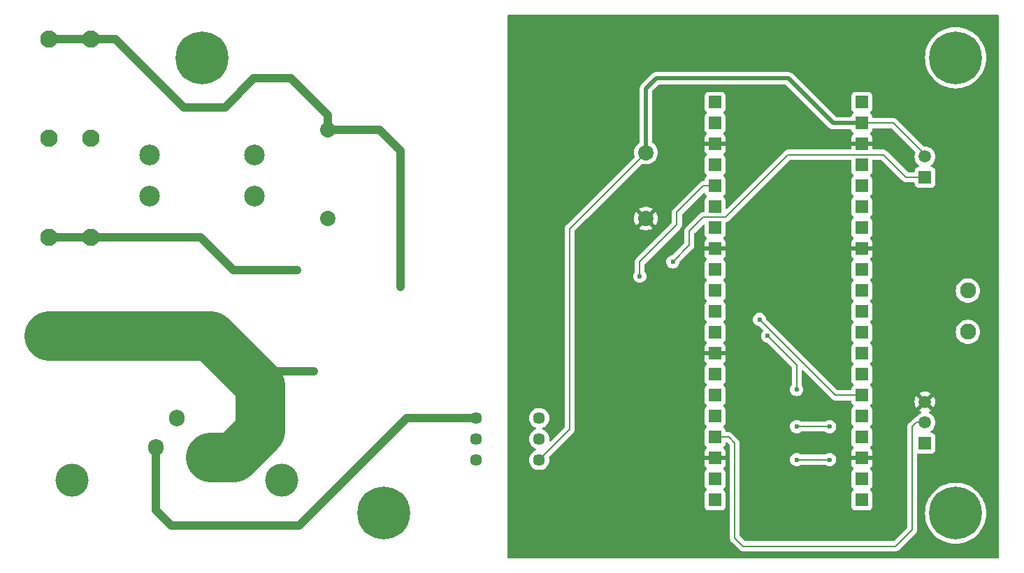
<source format=gbr>
%TF.GenerationSoftware,KiCad,Pcbnew,8.0.9-1.fc41*%
%TF.CreationDate,2025-10-07T12:33:13-07:00*%
%TF.ProjectId,silvia_pid_board,73696c76-6961-45f7-9069-645f626f6172,rev?*%
%TF.SameCoordinates,Original*%
%TF.FileFunction,Copper,L1,Top*%
%TF.FilePolarity,Positive*%
%FSLAX46Y46*%
G04 Gerber Fmt 4.6, Leading zero omitted, Abs format (unit mm)*
G04 Created by KiCad (PCBNEW 8.0.9-1.fc41) date 2025-10-07 12:33:13*
%MOMM*%
%LPD*%
G01*
G04 APERTURE LIST*
%TA.AperFunction,ComponentPad*%
%ADD10C,2.100000*%
%TD*%
%TA.AperFunction,ComponentPad*%
%ADD11C,3.600000*%
%TD*%
%TA.AperFunction,ConnectorPad*%
%ADD12C,6.400000*%
%TD*%
%TA.AperFunction,ComponentPad*%
%ADD13C,1.950000*%
%TD*%
%TA.AperFunction,ComponentPad*%
%ADD14R,1.508000X1.508000*%
%TD*%
%TA.AperFunction,ComponentPad*%
%ADD15C,1.860000*%
%TD*%
%TA.AperFunction,ComponentPad*%
%ADD16C,1.508000*%
%TD*%
%TA.AperFunction,ComponentPad*%
%ADD17C,4.000000*%
%TD*%
%TA.AperFunction,ComponentPad*%
%ADD18O,1.905000X2.000000*%
%TD*%
%TA.AperFunction,ComponentPad*%
%ADD19C,2.500000*%
%TD*%
%TA.AperFunction,ComponentPad*%
%ADD20C,1.447800*%
%TD*%
%TA.AperFunction,ViaPad*%
%ADD21C,1.000000*%
%TD*%
%TA.AperFunction,ViaPad*%
%ADD22C,0.600000*%
%TD*%
%TA.AperFunction,Conductor*%
%ADD23C,1.000000*%
%TD*%
%TA.AperFunction,Conductor*%
%ADD24C,0.500000*%
%TD*%
%TA.AperFunction,Conductor*%
%ADD25C,0.200000*%
%TD*%
%TA.AperFunction,Conductor*%
%ADD26C,6.000000*%
%TD*%
G04 APERTURE END LIST*
D10*
%TO.P,J3,1*%
%TO.N,NEUTRAL*%
X4460000Y-3500000D03*
%TO.P,J3,2*%
X9540000Y-3500000D03*
%TD*%
%TO.P,J1,1*%
%TO.N,Net-(J1-Pad1)*%
X4460000Y-27500000D03*
%TO.P,J1,2*%
X9540000Y-27500000D03*
%TD*%
D11*
%TO.P,H4,1*%
%TO.N,N/C*%
X45000000Y-61000000D03*
D12*
X45000000Y-61000000D03*
%TD*%
D11*
%TO.P,H3,1*%
%TO.N,N/C*%
X23000000Y-5750000D03*
D12*
X23000000Y-5750000D03*
%TD*%
D13*
%TO.P,J7,1*%
%TO.N,Net-(U6-FORCE-)*%
X115750000Y-39000000D03*
%TO.P,J7,2*%
%TO.N,Net-(U6-FORCE+)*%
X115750000Y-34000000D03*
%TD*%
D11*
%TO.P,H1,1*%
%TO.N,N/C*%
X114250000Y-5750000D03*
D12*
X114250000Y-5750000D03*
%TD*%
D14*
%TO.P,U4,3V3,3V3*%
%TO.N,+3.3V*%
X102890000Y-21300000D03*
%TO.P,U4,3V3_EN,3V3_EN*%
%TO.N,unconnected-(U4-Pad3V3_EN)*%
X102890000Y-18760000D03*
%TO.P,U4,ADC_VREF,ADC_VREF*%
%TO.N,unconnected-(U4-PadADC_VREF)*%
X102890000Y-23840000D03*
%TO.P,U4,AGND,AGND*%
%TO.N,GND*%
X102890000Y-28920000D03*
%TO.P,U4,GND,GND*%
X102890000Y-16220000D03*
%TO.P,U4,GND2,GND2*%
%TO.N,unconnected-(U4-PadGND2)*%
X102890000Y-41620000D03*
%TO.P,U4,GND3,GND3*%
%TO.N,GND*%
X102890000Y-54320000D03*
%TO.P,U4,GND4,GND4*%
X85110000Y-16220000D03*
%TO.P,U4,GND5,GND5*%
X85110000Y-28920000D03*
%TO.P,U4,GND6,GND6*%
X85110000Y-41620000D03*
%TO.P,U4,GND7,GND7*%
X85110000Y-54320000D03*
%TO.P,U4,GP0,GP0*%
%TO.N,unconnected-(U4-PadGP0)*%
X85110000Y-11140000D03*
%TO.P,U4,GP1,GP1*%
%TO.N,unconnected-(U4-PadGP1)*%
X85110000Y-13680000D03*
%TO.P,U4,GP2,GP2*%
%TO.N,LINE_ZEROCROSS_SENSE*%
X85110000Y-18760000D03*
%TO.P,U4,GP3,GP3*%
%TO.N,LED_CTRL*%
X85110000Y-21300000D03*
%TO.P,U4,GP4,GP4*%
%TO.N,unconnected-(U4-PadGP4)*%
X85110000Y-23840000D03*
%TO.P,U4,GP5,GP5*%
%TO.N,unconnected-(U4-PadGP5)*%
X85110000Y-26380000D03*
%TO.P,U4,GP6,GP6*%
%TO.N,unconnected-(U4-PadGP6)*%
X85110000Y-31460000D03*
%TO.P,U4,GP7,GP7*%
%TO.N,unconnected-(U4-PadGP7)*%
X85110000Y-34000000D03*
%TO.P,U4,GP8,GP8*%
%TO.N,unconnected-(U4-PadGP8)*%
X85110000Y-36540000D03*
%TO.P,U4,GP9,GP9*%
%TO.N,unconnected-(U4-PadGP9)*%
X85110000Y-39080000D03*
%TO.P,U4,GP10,GP10*%
%TO.N,unconnected-(U4-PadGP10)*%
X85110000Y-44160000D03*
%TO.P,U4,GP11,GP11*%
%TO.N,unconnected-(U4-PadGP11)*%
X85110000Y-46700000D03*
%TO.P,U4,GP12,GP12*%
%TO.N,DBG_TX*%
X85110000Y-49240000D03*
%TO.P,U4,GP13,GP13*%
%TO.N,DBG_RX*%
X85110000Y-51780000D03*
%TO.P,U4,GP14,GP14*%
%TO.N,unconnected-(U4-PadGP14)*%
X85110000Y-56860000D03*
%TO.P,U4,GP15,GP15*%
%TO.N,HEATER_CTRL*%
X85110000Y-59400000D03*
%TO.P,U4,GP16,GP16*%
%TO.N,SDO*%
X102890000Y-59400000D03*
%TO.P,U4,GP17,GP17*%
%TO.N,CS*%
X102890000Y-56860000D03*
%TO.P,U4,GP18,GP18*%
%TO.N,SCLK*%
X102890000Y-51780000D03*
%TO.P,U4,GP19,GP19*%
%TO.N,SDI*%
X102890000Y-49240000D03*
%TO.P,U4,GP20,GP20*%
%TO.N,DRDY*%
X102890000Y-46700000D03*
%TO.P,U4,GP21,GP21*%
%TO.N,unconnected-(U4-PadGP21)*%
X102890000Y-44160000D03*
%TO.P,U4,GP22,GP22*%
%TO.N,unconnected-(U4-PadGP22)*%
X102890000Y-39080000D03*
%TO.P,U4,GP26_A0,GP26_A0*%
%TO.N,unconnected-(U4-PadGP26_A0)*%
X102890000Y-34000000D03*
%TO.P,U4,GP27_A1,GP27_A1*%
%TO.N,unconnected-(U4-PadGP27_A1)*%
X102890000Y-31460000D03*
%TO.P,U4,GP28_A2,GP28_A2*%
%TO.N,unconnected-(U4-PadGP28_A2)*%
X102890000Y-26380000D03*
%TO.P,U4,RUN,RUN*%
%TO.N,unconnected-(U4-PadRUN)*%
X102890000Y-36540000D03*
%TO.P,U4,VBUS,VBUS*%
%TO.N,unconnected-(U4-PadVBUS)*%
X102890000Y-11140000D03*
%TO.P,U4,VSYS,VSYS*%
%TO.N,+5V*%
X102890000Y-13680000D03*
%TD*%
D15*
%TO.P,U2,AC/L,AC(L)*%
%TO.N,LINE*%
X38250000Y-25250000D03*
%TO.P,U2,AC/N,AC(N)*%
%TO.N,NEUTRAL*%
X38250000Y-14500000D03*
%TO.P,U2,VNEG,-V*%
%TO.N,GND*%
X76750000Y-25250000D03*
%TO.P,U2,VPOS,+V*%
%TO.N,+5V*%
X76750000Y-17250000D03*
%TD*%
D14*
%TO.P,J5,1,1*%
%TO.N,Net-(J5-Pad1)*%
X110550000Y-20250000D03*
D16*
%TO.P,J5,2,2*%
%TO.N,+5V*%
X110550000Y-17750000D03*
%TD*%
D14*
%TO.P,J6,1,1*%
%TO.N,DBG_TX*%
X110550000Y-52500000D03*
D16*
%TO.P,J6,2,2*%
%TO.N,DBG_RX*%
X110550000Y-50000000D03*
%TO.P,J6,3,3*%
%TO.N,GND*%
X110550000Y-47500000D03*
%TD*%
D10*
%TO.P,J4,1*%
%TO.N,Net-(D1-A1)*%
X4460000Y-39500000D03*
%TO.P,J4,2*%
X9540000Y-39500000D03*
%TD*%
D17*
%TO.P,D1,*%
%TO.N,*%
X32660000Y-57000000D03*
X7260000Y-57000000D03*
D18*
%TO.P,D1,1,A1*%
%TO.N,Net-(D1-A1)*%
X22500000Y-53000000D03*
%TO.P,D1,2,A2*%
%TO.N,LINE*%
X19960000Y-49500000D03*
%TO.P,D1,3,G*%
%TO.N,Net-(D1-G)*%
X17420000Y-53000000D03*
%TD*%
D19*
%TO.P,F1,1,1*%
%TO.N,Net-(F1-Pad1)*%
X16650000Y-17500000D03*
%TO.P,F1,2,2*%
X16650000Y-22500000D03*
%TO.P,F1,3,3*%
%TO.N,LINE*%
X29350000Y-17500000D03*
%TO.P,F1,4,4*%
X29350000Y-22500000D03*
%TD*%
D11*
%TO.P,H2,1*%
%TO.N,N/C*%
X114250000Y-61000000D03*
D12*
X114250000Y-61000000D03*
%TD*%
D20*
%TO.P,U3,1,ANODE*%
%TO.N,+5V*%
X63810000Y-54540000D03*
%TO.P,U3,2,CATHODE*%
%TO.N,HEATER_CTRL_OUT*%
X63810000Y-52000000D03*
%TO.P,U3,3,NC*%
%TO.N,unconnected-(U3-NC-Pad3)*%
X63810000Y-49460000D03*
%TO.P,U3,4,MAINTERM*%
%TO.N,Net-(D1-G)*%
X56190000Y-49460000D03*
%TO.P,U3,5,NC*%
%TO.N,unconnected-(U3-NC-Pad5)*%
X56190000Y-52000000D03*
%TO.P,U3,6,MAINTERM*%
%TO.N,Net-(R2-Pad1)*%
X56190000Y-54540000D03*
%TD*%
D10*
%TO.P,J2,1*%
%TO.N,Net-(F1-Pad1)*%
X4460000Y-15500000D03*
%TO.P,J2,2*%
X9540000Y-15500000D03*
%TD*%
D21*
%TO.N,NEUTRAL*%
X47000000Y-33500000D03*
D22*
%TO.N,GND*%
X95750000Y-36750000D03*
X67750000Y-9500000D03*
X89000000Y-45750000D03*
X107500000Y-5250000D03*
X107000000Y-16250000D03*
X95750000Y-39000000D03*
X72250000Y-55000000D03*
X100750000Y-54500000D03*
X66500000Y-41500000D03*
X73500000Y-32750000D03*
%TO.N,+3.3V*%
X95000000Y-46000000D03*
X91500000Y-39500000D03*
%TO.N,LED_CTRL*%
X76000000Y-32250000D03*
%TO.N,SCLK*%
X99000000Y-50500000D03*
X95000000Y-50500000D03*
%TO.N,CS*%
X95000000Y-54500000D03*
X99000000Y-54500000D03*
%TO.N,DRDY*%
X90500000Y-37500000D03*
D21*
%TO.N,Net-(J1-Pad1)*%
X34500000Y-31500000D03*
%TO.N,Net-(D1-A1)*%
X36500000Y-43750000D03*
D22*
%TO.N,Net-(J5-Pad1)*%
X80000000Y-30500000D03*
%TD*%
D23*
%TO.N,NEUTRAL*%
X29250000Y-8250000D02*
X33750000Y-8250000D01*
X47000000Y-33500000D02*
X47000000Y-17000000D01*
X12500000Y-3500000D02*
X20750000Y-11750000D01*
X38250000Y-12750000D02*
X38250000Y-14500000D01*
X20750000Y-11750000D02*
X25750000Y-11750000D01*
X4460000Y-3500000D02*
X9540000Y-3500000D01*
X33750000Y-8250000D02*
X38250000Y-12750000D01*
X44500000Y-14500000D02*
X38250000Y-14500000D01*
X47000000Y-17000000D02*
X44500000Y-14500000D01*
X25750000Y-11750000D02*
X29250000Y-8250000D01*
X9540000Y-3500000D02*
X12500000Y-3500000D01*
D24*
%TO.N,+5V*%
X76750000Y-17250000D02*
X76750000Y-9500000D01*
D25*
X67500000Y-50850000D02*
X63810000Y-54540000D01*
D24*
X99430000Y-13680000D02*
X102890000Y-13680000D01*
X94000000Y-8250000D02*
X99430000Y-13680000D01*
D25*
X67500000Y-26500000D02*
X76750000Y-17250000D01*
D24*
X78000000Y-8250000D02*
X94000000Y-8250000D01*
D25*
X67500000Y-26500000D02*
X67500000Y-50850000D01*
X102890000Y-13680000D02*
X106730000Y-13680000D01*
D24*
X76750000Y-9500000D02*
X78000000Y-8250000D01*
D25*
X106730000Y-13680000D02*
X110800000Y-17750000D01*
%TO.N,+3.3V*%
X95000000Y-46000000D02*
X95000000Y-43000000D01*
X95000000Y-43000000D02*
X91500000Y-39500000D01*
%TO.N,LED_CTRL*%
X85110000Y-21300000D02*
X83700000Y-21300000D01*
X76000000Y-31250000D02*
X76000000Y-32250000D01*
X80500000Y-24500000D02*
X80500000Y-26000000D01*
X83700000Y-21300000D02*
X80500000Y-24500000D01*
X76000000Y-30500000D02*
X76000000Y-31250000D01*
X80500000Y-26000000D02*
X76000000Y-30500000D01*
%TO.N,SCLK*%
X95000000Y-50500000D02*
X99000000Y-50500000D01*
%TO.N,CS*%
X95000000Y-54500000D02*
X99000000Y-54500000D01*
%TO.N,DBG_RX*%
X109000000Y-50500000D02*
X109500000Y-50000000D01*
X88500000Y-65000000D02*
X107000000Y-65000000D01*
X85110000Y-51780000D02*
X86780000Y-51780000D01*
X86780000Y-51780000D02*
X87500000Y-52500000D01*
X109500000Y-50000000D02*
X110800000Y-50000000D01*
X87500000Y-52500000D02*
X87500000Y-64000000D01*
X109000000Y-63000000D02*
X109000000Y-50500000D01*
X87500000Y-64000000D02*
X88500000Y-65000000D01*
X107000000Y-65000000D02*
X109000000Y-63000000D01*
%TO.N,DRDY*%
X99700000Y-46700000D02*
X90500000Y-37500000D01*
X102890000Y-46700000D02*
X99700000Y-46700000D01*
D23*
%TO.N,Net-(J1-Pad1)*%
X26775000Y-31500000D02*
X22775000Y-27500000D01*
X22775000Y-27500000D02*
X9540000Y-27500000D01*
X34500000Y-31500000D02*
X26775000Y-31500000D01*
X4460000Y-27500000D02*
X9540000Y-27500000D01*
%TO.N,Net-(R2-Pad1)*%
X56225000Y-54575000D02*
X56190000Y-54540000D01*
D26*
%TO.N,Net-(D1-A1)*%
X24000000Y-39500000D02*
X30000000Y-45500000D01*
X4460000Y-39500000D02*
X9540000Y-39500000D01*
X30000000Y-51000000D02*
X26797003Y-54202997D01*
X30000000Y-45500000D02*
X30000000Y-51000000D01*
D23*
X36500000Y-43750000D02*
X31750000Y-43750000D01*
D26*
X26797003Y-54202997D02*
X23960000Y-54202997D01*
X9540000Y-39500000D02*
X24000000Y-39500000D01*
D23*
%TO.N,Net-(D1-G)*%
X19250000Y-62500000D02*
X34750000Y-62500000D01*
X34750000Y-62500000D02*
X47790000Y-49460000D01*
X17420000Y-60670000D02*
X19250000Y-62500000D01*
X17420000Y-53000000D02*
X17420000Y-60670000D01*
X47790000Y-49460000D02*
X56190000Y-49460000D01*
D25*
%TO.N,Net-(J5-Pad1)*%
X82000000Y-28500000D02*
X82000000Y-26788177D01*
X82000000Y-26788177D02*
X83700662Y-25087515D01*
X105500000Y-17500000D02*
X108250000Y-20250000D01*
X108250000Y-20250000D02*
X110800000Y-20250000D01*
X83700662Y-25087515D02*
X86369888Y-25087515D01*
X80000000Y-30500000D02*
X82000000Y-28500000D01*
X93957403Y-17500000D02*
X105500000Y-17500000D01*
X86369888Y-25087515D02*
X93957403Y-17500000D01*
%TD*%
%TA.AperFunction,Conductor*%
%TO.N,GND*%
G36*
X106496942Y-14300185D02*
G01*
X106517584Y-14316819D01*
X109354044Y-17153279D01*
X109387529Y-17214602D01*
X109382545Y-17284294D01*
X109378746Y-17293363D01*
X109366654Y-17319293D01*
X109309839Y-17531324D01*
X109309838Y-17531331D01*
X109290708Y-17749997D01*
X109290708Y-17750002D01*
X109308915Y-17958123D01*
X109309839Y-17968674D01*
X109366653Y-18180703D01*
X109366654Y-18180706D01*
X109366655Y-18180708D01*
X109459419Y-18379642D01*
X109459423Y-18379650D01*
X109585322Y-18559452D01*
X109585327Y-18559458D01*
X109740541Y-18714672D01*
X109740547Y-18714677D01*
X109819450Y-18769925D01*
X109863075Y-18824501D01*
X109870269Y-18894000D01*
X109838747Y-18956355D01*
X109778517Y-18991769D01*
X109751426Y-18995120D01*
X109751429Y-18995146D01*
X109751426Y-18995146D01*
X109751436Y-18995324D01*
X109748524Y-18995479D01*
X109748362Y-18995500D01*
X109748147Y-18995500D01*
X109748123Y-18995501D01*
X109688516Y-19001908D01*
X109553671Y-19052202D01*
X109553664Y-19052206D01*
X109438455Y-19138452D01*
X109438452Y-19138455D01*
X109352206Y-19253664D01*
X109352202Y-19253671D01*
X109301908Y-19388517D01*
X109295501Y-19448116D01*
X109295501Y-19448123D01*
X109295500Y-19448135D01*
X109295500Y-19525500D01*
X109275815Y-19592539D01*
X109223011Y-19638294D01*
X109171500Y-19649500D01*
X108550097Y-19649500D01*
X108483058Y-19629815D01*
X108462416Y-19613181D01*
X105987590Y-17138355D01*
X105987588Y-17138352D01*
X105868717Y-17019481D01*
X105868716Y-17019480D01*
X105781904Y-16969360D01*
X105781904Y-16969359D01*
X105781900Y-16969358D01*
X105731785Y-16940423D01*
X105579057Y-16899499D01*
X105420943Y-16899499D01*
X105413347Y-16899499D01*
X105413331Y-16899500D01*
X104268000Y-16899500D01*
X104200961Y-16879815D01*
X104155206Y-16827011D01*
X104144000Y-16775500D01*
X104144000Y-16470000D01*
X103323012Y-16470000D01*
X103355925Y-16412993D01*
X103390000Y-16285826D01*
X103390000Y-16154174D01*
X103355925Y-16027007D01*
X103323012Y-15970000D01*
X104144000Y-15970000D01*
X104144000Y-15418172D01*
X104143999Y-15418155D01*
X104137598Y-15358627D01*
X104137596Y-15358620D01*
X104087354Y-15223913D01*
X104087350Y-15223906D01*
X104001190Y-15108812D01*
X104001187Y-15108809D01*
X103922065Y-15049578D01*
X103880194Y-14993644D01*
X103875210Y-14923953D01*
X103908696Y-14862630D01*
X103922064Y-14851046D01*
X104001546Y-14791546D01*
X104087796Y-14676331D01*
X104138091Y-14541483D01*
X104144500Y-14481873D01*
X104144500Y-14404500D01*
X104164185Y-14337461D01*
X104216989Y-14291706D01*
X104268500Y-14280500D01*
X106429903Y-14280500D01*
X106496942Y-14300185D01*
G37*
%TD.AperFunction*%
%TA.AperFunction,Conductor*%
G36*
X119442539Y-520185D02*
G01*
X119488294Y-572989D01*
X119499500Y-624500D01*
X119499500Y-66375500D01*
X119479815Y-66442539D01*
X119427011Y-66488294D01*
X119375500Y-66499500D01*
X60124000Y-66499500D01*
X60056961Y-66479815D01*
X60011206Y-66427011D01*
X60000000Y-66375500D01*
X60000000Y-49460000D01*
X62580923Y-49460000D01*
X62590484Y-49569291D01*
X62599595Y-49673425D01*
X62599595Y-49673429D01*
X62655042Y-49880361D01*
X62655044Y-49880365D01*
X62655045Y-49880369D01*
X62663966Y-49899500D01*
X62745587Y-50074538D01*
X62745588Y-50074539D01*
X62868472Y-50250035D01*
X63019965Y-50401528D01*
X63195461Y-50524412D01*
X63319396Y-50582204D01*
X63394538Y-50617243D01*
X63393554Y-50619351D01*
X63441845Y-50654914D01*
X63466774Y-50720185D01*
X63452458Y-50788572D01*
X63403441Y-50838363D01*
X63394411Y-50842486D01*
X63394538Y-50842757D01*
X63195462Y-50935587D01*
X63195460Y-50935588D01*
X63019963Y-51058472D01*
X62868472Y-51209963D01*
X62745588Y-51385460D01*
X62745587Y-51385462D01*
X62655046Y-51579629D01*
X62655042Y-51579638D01*
X62599595Y-51786570D01*
X62599595Y-51786574D01*
X62580923Y-51999997D01*
X62580923Y-52000002D01*
X62599595Y-52213425D01*
X62599595Y-52213429D01*
X62655042Y-52420361D01*
X62655044Y-52420365D01*
X62655045Y-52420369D01*
X62667024Y-52446058D01*
X62745587Y-52614538D01*
X62745588Y-52614539D01*
X62868472Y-52790035D01*
X63019965Y-52941528D01*
X63156053Y-53036818D01*
X63195461Y-53064412D01*
X63394538Y-53157243D01*
X63393554Y-53159351D01*
X63441845Y-53194914D01*
X63466774Y-53260185D01*
X63452458Y-53328572D01*
X63403441Y-53378363D01*
X63394411Y-53382486D01*
X63394538Y-53382757D01*
X63195462Y-53475587D01*
X63195460Y-53475588D01*
X63019963Y-53598472D01*
X62868472Y-53749963D01*
X62745588Y-53925460D01*
X62745587Y-53925462D01*
X62655046Y-54119629D01*
X62655042Y-54119638D01*
X62599595Y-54326570D01*
X62599595Y-54326574D01*
X62580923Y-54539997D01*
X62580923Y-54540002D01*
X62599595Y-54753425D01*
X62599595Y-54753429D01*
X62655042Y-54960361D01*
X62655044Y-54960365D01*
X62655045Y-54960369D01*
X62674580Y-55002262D01*
X62745587Y-55154538D01*
X62745588Y-55154539D01*
X62868472Y-55330035D01*
X63019965Y-55481528D01*
X63195461Y-55604412D01*
X63389631Y-55694955D01*
X63596573Y-55750405D01*
X63775658Y-55766072D01*
X63809998Y-55769077D01*
X63810000Y-55769077D01*
X63810002Y-55769077D01*
X63837664Y-55766656D01*
X64023427Y-55750405D01*
X64230369Y-55694955D01*
X64424539Y-55604412D01*
X64600035Y-55481528D01*
X64751528Y-55330035D01*
X64874412Y-55154539D01*
X64964955Y-54960369D01*
X65020405Y-54753427D01*
X65039077Y-54540000D01*
X65020405Y-54326573D01*
X65007712Y-54279201D01*
X65009375Y-54209351D01*
X65039804Y-54159429D01*
X67858506Y-51340728D01*
X67858511Y-51340724D01*
X67868714Y-51330520D01*
X67868716Y-51330520D01*
X67980520Y-51218716D01*
X68048771Y-51100501D01*
X68059577Y-51081785D01*
X68100501Y-50929057D01*
X68100501Y-50770943D01*
X68100501Y-50763348D01*
X68100500Y-50763330D01*
X68100500Y-26800096D01*
X68120185Y-26733057D01*
X68136814Y-26712420D01*
X69599240Y-25249994D01*
X75315099Y-25249994D01*
X75315099Y-25250005D01*
X75334667Y-25486169D01*
X75334669Y-25486180D01*
X75392845Y-25715912D01*
X75488040Y-25932933D01*
X75577138Y-26069308D01*
X76171919Y-25474527D01*
X76200563Y-25543680D01*
X76268414Y-25645227D01*
X76354773Y-25731586D01*
X76456320Y-25799437D01*
X76525471Y-25828080D01*
X75929823Y-26423728D01*
X75965186Y-26451251D01*
X76173605Y-26564043D01*
X76173610Y-26564045D01*
X76397750Y-26640992D01*
X76631508Y-26680000D01*
X76868492Y-26680000D01*
X77102249Y-26640992D01*
X77326389Y-26564045D01*
X77326394Y-26564043D01*
X77534814Y-26451251D01*
X77570175Y-26423728D01*
X76974527Y-25828080D01*
X77043680Y-25799437D01*
X77145227Y-25731586D01*
X77231586Y-25645227D01*
X77299437Y-25543680D01*
X77328080Y-25474527D01*
X77922860Y-26069308D01*
X78011955Y-25932940D01*
X78011960Y-25932932D01*
X78107154Y-25715912D01*
X78165330Y-25486180D01*
X78165332Y-25486169D01*
X78184901Y-25250005D01*
X78184901Y-25249994D01*
X78165332Y-25013830D01*
X78165330Y-25013819D01*
X78107154Y-24784087D01*
X78011957Y-24567061D01*
X77922860Y-24430690D01*
X77328080Y-25025471D01*
X77299437Y-24956320D01*
X77231586Y-24854773D01*
X77145227Y-24768414D01*
X77043680Y-24700563D01*
X76974526Y-24671918D01*
X77570176Y-24076270D01*
X77534813Y-24048748D01*
X77326394Y-23935956D01*
X77326389Y-23935954D01*
X77102249Y-23859007D01*
X76868492Y-23820000D01*
X76631508Y-23820000D01*
X76397750Y-23859007D01*
X76173610Y-23935954D01*
X76173605Y-23935956D01*
X75965179Y-24048752D01*
X75929823Y-24076269D01*
X75929823Y-24076271D01*
X76525472Y-24671919D01*
X76456320Y-24700563D01*
X76354773Y-24768414D01*
X76268414Y-24854773D01*
X76200563Y-24956320D01*
X76171919Y-25025472D01*
X75577138Y-24430690D01*
X75488041Y-24567063D01*
X75392845Y-24784087D01*
X75334669Y-25013819D01*
X75334667Y-25013830D01*
X75315099Y-25249994D01*
X69599240Y-25249994D01*
X76201548Y-18647685D01*
X76262869Y-18614202D01*
X76329488Y-18618086D01*
X76397629Y-18641480D01*
X76631465Y-18680500D01*
X76868535Y-18680500D01*
X77102371Y-18641480D01*
X77326595Y-18564504D01*
X77535091Y-18451671D01*
X77722172Y-18306060D01*
X77882735Y-18131643D01*
X78012399Y-17933176D01*
X78107629Y-17716075D01*
X78165826Y-17486260D01*
X78179661Y-17319293D01*
X78185403Y-17250005D01*
X78185403Y-17249994D01*
X78171430Y-17081372D01*
X78165826Y-17013740D01*
X78107629Y-16783925D01*
X78103933Y-16775500D01*
X78012399Y-16566824D01*
X77882734Y-16368355D01*
X77722175Y-16193943D01*
X77722165Y-16193934D01*
X77548338Y-16058639D01*
X77507525Y-16001929D01*
X77500500Y-15960786D01*
X77500500Y-9862230D01*
X77520185Y-9795191D01*
X77536819Y-9774549D01*
X78274549Y-9036819D01*
X78335872Y-9003334D01*
X78362230Y-9000500D01*
X93637770Y-9000500D01*
X93704809Y-9020185D01*
X93725451Y-9036819D01*
X98847049Y-14158416D01*
X98951584Y-14262951D01*
X98951587Y-14262953D01*
X98951588Y-14262954D01*
X99074503Y-14345083D01*
X99074506Y-14345085D01*
X99131079Y-14368518D01*
X99131080Y-14368518D01*
X99211088Y-14401659D01*
X99327241Y-14424763D01*
X99346468Y-14428587D01*
X99356081Y-14430500D01*
X99356082Y-14430500D01*
X99356083Y-14430500D01*
X99503918Y-14430500D01*
X101518594Y-14430500D01*
X101585633Y-14450185D01*
X101631388Y-14502989D01*
X101639891Y-14533986D01*
X101640124Y-14533932D01*
X101641663Y-14540444D01*
X101641883Y-14541250D01*
X101641900Y-14541406D01*
X101641909Y-14541486D01*
X101692202Y-14676328D01*
X101692206Y-14676335D01*
X101778452Y-14791544D01*
X101778453Y-14791544D01*
X101778454Y-14791546D01*
X101818778Y-14821732D01*
X101857935Y-14851046D01*
X101899805Y-14906980D01*
X101904789Y-14976672D01*
X101871303Y-15037994D01*
X101857935Y-15049578D01*
X101778809Y-15108812D01*
X101692649Y-15223906D01*
X101692645Y-15223913D01*
X101642403Y-15358620D01*
X101642401Y-15358627D01*
X101636000Y-15418155D01*
X101636000Y-15970000D01*
X102456988Y-15970000D01*
X102424075Y-16027007D01*
X102390000Y-16154174D01*
X102390000Y-16285826D01*
X102424075Y-16412993D01*
X102456988Y-16470000D01*
X101636000Y-16470000D01*
X101636000Y-16775500D01*
X101616315Y-16842539D01*
X101563511Y-16888294D01*
X101512000Y-16899500D01*
X94044073Y-16899500D01*
X94044057Y-16899499D01*
X94036461Y-16899499D01*
X93878346Y-16899499D01*
X93801982Y-16919961D01*
X93725617Y-16940423D01*
X93725612Y-16940426D01*
X93588693Y-17019475D01*
X93588685Y-17019481D01*
X86576180Y-24031987D01*
X86514857Y-24065472D01*
X86445165Y-24060488D01*
X86389232Y-24018616D01*
X86364815Y-23953152D01*
X86364499Y-23944306D01*
X86364499Y-23038129D01*
X86364498Y-23038123D01*
X86364497Y-23038116D01*
X86358091Y-22978517D01*
X86307796Y-22843669D01*
X86307795Y-22843668D01*
X86307793Y-22843664D01*
X86221547Y-22728455D01*
X86221544Y-22728452D01*
X86142482Y-22669266D01*
X86100611Y-22613333D01*
X86095627Y-22543641D01*
X86129113Y-22482318D01*
X86142482Y-22470734D01*
X86187415Y-22437096D01*
X86221546Y-22411546D01*
X86307796Y-22296331D01*
X86358091Y-22161483D01*
X86364500Y-22101873D01*
X86364499Y-20498128D01*
X86358091Y-20438517D01*
X86307796Y-20303669D01*
X86307795Y-20303668D01*
X86307793Y-20303664D01*
X86221547Y-20188455D01*
X86221544Y-20188452D01*
X86142482Y-20129266D01*
X86100611Y-20073333D01*
X86095627Y-20003641D01*
X86129113Y-19942318D01*
X86142482Y-19930734D01*
X86187415Y-19897096D01*
X86221546Y-19871546D01*
X86307796Y-19756331D01*
X86358091Y-19621483D01*
X86364500Y-19561873D01*
X86364499Y-17958128D01*
X86358091Y-17898517D01*
X86307796Y-17763669D01*
X86307795Y-17763668D01*
X86307793Y-17763664D01*
X86221547Y-17648455D01*
X86142064Y-17588953D01*
X86100194Y-17533019D01*
X86095210Y-17463327D01*
X86128696Y-17402004D01*
X86142065Y-17390420D01*
X86221191Y-17331186D01*
X86307350Y-17216093D01*
X86307354Y-17216086D01*
X86357596Y-17081379D01*
X86357598Y-17081372D01*
X86363999Y-17021844D01*
X86364000Y-17021827D01*
X86364000Y-16470000D01*
X85543012Y-16470000D01*
X85575925Y-16412993D01*
X85610000Y-16285826D01*
X85610000Y-16154174D01*
X85575925Y-16027007D01*
X85543012Y-15970000D01*
X86364000Y-15970000D01*
X86364000Y-15418172D01*
X86363999Y-15418155D01*
X86357598Y-15358627D01*
X86357596Y-15358620D01*
X86307354Y-15223913D01*
X86307350Y-15223906D01*
X86221190Y-15108812D01*
X86221187Y-15108809D01*
X86142065Y-15049578D01*
X86100194Y-14993644D01*
X86095210Y-14923953D01*
X86128696Y-14862630D01*
X86142064Y-14851046D01*
X86221546Y-14791546D01*
X86307796Y-14676331D01*
X86358091Y-14541483D01*
X86364500Y-14481873D01*
X86364499Y-12878128D01*
X86358091Y-12818517D01*
X86307796Y-12683669D01*
X86307795Y-12683668D01*
X86307793Y-12683664D01*
X86221547Y-12568455D01*
X86221544Y-12568452D01*
X86142482Y-12509266D01*
X86100611Y-12453333D01*
X86095627Y-12383641D01*
X86129113Y-12322318D01*
X86142482Y-12310734D01*
X86187415Y-12277096D01*
X86221546Y-12251546D01*
X86307796Y-12136331D01*
X86358091Y-12001483D01*
X86364500Y-11941873D01*
X86364499Y-10338128D01*
X86358091Y-10278517D01*
X86307796Y-10143669D01*
X86307795Y-10143668D01*
X86307793Y-10143664D01*
X86221547Y-10028455D01*
X86221544Y-10028452D01*
X86106335Y-9942206D01*
X86106328Y-9942202D01*
X85971482Y-9891908D01*
X85971483Y-9891908D01*
X85911883Y-9885501D01*
X85911881Y-9885500D01*
X85911873Y-9885500D01*
X85911864Y-9885500D01*
X84308129Y-9885500D01*
X84308123Y-9885501D01*
X84248516Y-9891908D01*
X84113671Y-9942202D01*
X84113664Y-9942206D01*
X83998455Y-10028452D01*
X83998452Y-10028455D01*
X83912206Y-10143664D01*
X83912202Y-10143671D01*
X83861908Y-10278517D01*
X83855501Y-10338116D01*
X83855501Y-10338123D01*
X83855500Y-10338135D01*
X83855500Y-11941870D01*
X83855501Y-11941876D01*
X83861908Y-12001483D01*
X83912202Y-12136328D01*
X83912206Y-12136335D01*
X83998452Y-12251544D01*
X83998453Y-12251544D01*
X83998454Y-12251546D01*
X84032799Y-12277257D01*
X84077518Y-12310734D01*
X84119388Y-12366668D01*
X84124372Y-12436360D01*
X84090886Y-12497683D01*
X84077518Y-12509266D01*
X83998452Y-12568455D01*
X83912206Y-12683664D01*
X83912202Y-12683671D01*
X83861908Y-12818517D01*
X83855501Y-12878116D01*
X83855501Y-12878123D01*
X83855500Y-12878135D01*
X83855500Y-14481870D01*
X83855501Y-14481876D01*
X83861908Y-14541483D01*
X83912202Y-14676328D01*
X83912206Y-14676335D01*
X83998452Y-14791544D01*
X83998453Y-14791544D01*
X83998454Y-14791546D01*
X84038778Y-14821732D01*
X84077935Y-14851046D01*
X84119805Y-14906980D01*
X84124789Y-14976672D01*
X84091303Y-15037994D01*
X84077935Y-15049578D01*
X83998809Y-15108812D01*
X83912649Y-15223906D01*
X83912645Y-15223913D01*
X83862403Y-15358620D01*
X83862401Y-15358627D01*
X83856000Y-15418155D01*
X83856000Y-15970000D01*
X84676988Y-15970000D01*
X84644075Y-16027007D01*
X84610000Y-16154174D01*
X84610000Y-16285826D01*
X84644075Y-16412993D01*
X84676988Y-16470000D01*
X83856000Y-16470000D01*
X83856000Y-17021844D01*
X83862401Y-17081372D01*
X83862403Y-17081379D01*
X83912645Y-17216086D01*
X83912649Y-17216093D01*
X83998809Y-17331186D01*
X84077934Y-17390420D01*
X84119805Y-17446354D01*
X84124789Y-17516046D01*
X84091304Y-17577369D01*
X84077935Y-17588953D01*
X83998452Y-17648455D01*
X83912206Y-17763664D01*
X83912202Y-17763671D01*
X83861908Y-17898517D01*
X83855501Y-17958116D01*
X83855501Y-17958123D01*
X83855500Y-17958135D01*
X83855500Y-19561870D01*
X83855501Y-19561876D01*
X83861908Y-19621483D01*
X83912202Y-19756328D01*
X83912206Y-19756335D01*
X83998452Y-19871544D01*
X83998453Y-19871544D01*
X83998454Y-19871546D01*
X84032799Y-19897257D01*
X84077518Y-19930734D01*
X84119388Y-19986668D01*
X84124372Y-20056360D01*
X84090886Y-20117683D01*
X84077518Y-20129266D01*
X83998452Y-20188455D01*
X83912206Y-20303664D01*
X83912202Y-20303671D01*
X83861908Y-20438517D01*
X83855501Y-20498116D01*
X83855501Y-20498123D01*
X83855500Y-20498135D01*
X83855500Y-20575500D01*
X83835815Y-20642539D01*
X83783011Y-20688294D01*
X83731500Y-20699500D01*
X83620940Y-20699500D01*
X83580019Y-20710464D01*
X83580019Y-20710465D01*
X83542751Y-20720451D01*
X83468214Y-20740423D01*
X83468209Y-20740426D01*
X83331290Y-20819475D01*
X83331282Y-20819481D01*
X80019481Y-24131282D01*
X80019479Y-24131285D01*
X79969361Y-24218094D01*
X79969359Y-24218096D01*
X79940425Y-24268209D01*
X79940424Y-24268210D01*
X79940423Y-24268215D01*
X79899499Y-24420943D01*
X79899499Y-24420945D01*
X79899499Y-24589046D01*
X79899500Y-24589059D01*
X79899500Y-25699902D01*
X79879815Y-25766941D01*
X79863181Y-25787583D01*
X75519481Y-30131282D01*
X75519477Y-30131287D01*
X75476632Y-30205499D01*
X75476632Y-30205500D01*
X75440423Y-30268214D01*
X75440423Y-30268215D01*
X75399499Y-30420943D01*
X75399499Y-30420945D01*
X75399499Y-30589046D01*
X75399500Y-30589059D01*
X75399500Y-31667587D01*
X75379815Y-31734626D01*
X75372450Y-31744896D01*
X75370186Y-31747734D01*
X75274211Y-31900476D01*
X75214631Y-32070745D01*
X75214630Y-32070750D01*
X75194435Y-32249996D01*
X75194435Y-32250003D01*
X75214630Y-32429249D01*
X75214631Y-32429254D01*
X75274211Y-32599523D01*
X75365935Y-32745500D01*
X75370184Y-32752262D01*
X75497738Y-32879816D01*
X75650478Y-32975789D01*
X75820745Y-33035368D01*
X75820750Y-33035369D01*
X75999996Y-33055565D01*
X76000000Y-33055565D01*
X76000004Y-33055565D01*
X76179249Y-33035369D01*
X76179252Y-33035368D01*
X76179255Y-33035368D01*
X76349522Y-32975789D01*
X76502262Y-32879816D01*
X76629816Y-32752262D01*
X76725789Y-32599522D01*
X76785368Y-32429255D01*
X76804227Y-32261876D01*
X76805565Y-32250003D01*
X76805565Y-32249996D01*
X76785369Y-32070750D01*
X76785368Y-32070745D01*
X76725788Y-31900476D01*
X76629813Y-31747734D01*
X76627550Y-31744896D01*
X76626659Y-31742715D01*
X76626111Y-31741842D01*
X76626264Y-31741745D01*
X76601144Y-31680209D01*
X76600500Y-31667587D01*
X76600500Y-30800096D01*
X76620185Y-30733057D01*
X76636814Y-30712420D01*
X80858506Y-26490727D01*
X80858511Y-26490724D01*
X80868714Y-26480520D01*
X80868716Y-26480520D01*
X80980520Y-26368716D01*
X80984408Y-26361980D01*
X81038544Y-26268216D01*
X81038545Y-26268214D01*
X81059574Y-26231790D01*
X81059575Y-26231789D01*
X81059575Y-26231787D01*
X81059577Y-26231785D01*
X81100501Y-26079057D01*
X81100501Y-25920943D01*
X81100501Y-25913348D01*
X81100500Y-25913330D01*
X81100500Y-24800096D01*
X81120185Y-24733057D01*
X81136814Y-24712420D01*
X83678164Y-22171069D01*
X83739485Y-22137586D01*
X83809177Y-22142570D01*
X83865110Y-22184442D01*
X83882025Y-22215419D01*
X83912202Y-22296328D01*
X83912206Y-22296335D01*
X83998452Y-22411544D01*
X83998453Y-22411544D01*
X83998454Y-22411546D01*
X84032799Y-22437257D01*
X84077518Y-22470734D01*
X84119388Y-22526668D01*
X84124372Y-22596360D01*
X84090886Y-22657683D01*
X84077518Y-22669266D01*
X83998452Y-22728455D01*
X83912206Y-22843664D01*
X83912202Y-22843671D01*
X83861908Y-22978517D01*
X83855501Y-23038116D01*
X83855501Y-23038123D01*
X83855500Y-23038135D01*
X83855501Y-24363015D01*
X83835816Y-24430054D01*
X83783013Y-24475809D01*
X83731501Y-24487015D01*
X83621604Y-24487015D01*
X83468877Y-24527938D01*
X83468876Y-24527938D01*
X83468874Y-24527939D01*
X83468871Y-24527940D01*
X83418758Y-24556874D01*
X83418757Y-24556875D01*
X83401111Y-24567063D01*
X83331947Y-24606994D01*
X83331944Y-24606996D01*
X81519479Y-26419461D01*
X81517016Y-26423728D01*
X81484228Y-26480520D01*
X81440423Y-26556392D01*
X81399499Y-26709120D01*
X81399499Y-26709122D01*
X81399499Y-26877223D01*
X81399500Y-26877236D01*
X81399500Y-28199902D01*
X81379815Y-28266941D01*
X81363181Y-28287583D01*
X79981465Y-29669298D01*
X79920142Y-29702783D01*
X79907668Y-29704837D01*
X79820750Y-29714630D01*
X79650478Y-29774210D01*
X79497737Y-29870184D01*
X79370184Y-29997737D01*
X79274211Y-30150476D01*
X79214631Y-30320745D01*
X79214630Y-30320750D01*
X79194435Y-30499996D01*
X79194435Y-30500003D01*
X79214630Y-30679249D01*
X79214631Y-30679254D01*
X79274211Y-30849523D01*
X79370184Y-31002262D01*
X79497738Y-31129816D01*
X79650478Y-31225789D01*
X79820745Y-31285368D01*
X79820750Y-31285369D01*
X79999996Y-31305565D01*
X80000000Y-31305565D01*
X80000004Y-31305565D01*
X80179249Y-31285369D01*
X80179252Y-31285368D01*
X80179255Y-31285368D01*
X80349522Y-31225789D01*
X80502262Y-31129816D01*
X80629816Y-31002262D01*
X80725789Y-30849522D01*
X80785368Y-30679255D01*
X80795161Y-30592329D01*
X80822226Y-30527918D01*
X80830690Y-30518543D01*
X82368713Y-28980521D01*
X82368716Y-28980520D01*
X82480520Y-28868716D01*
X82530639Y-28781904D01*
X82559577Y-28731785D01*
X82600500Y-28579057D01*
X82600500Y-28420943D01*
X82600500Y-27088273D01*
X82620185Y-27021234D01*
X82636814Y-27000597D01*
X83643821Y-25993589D01*
X83705142Y-25960106D01*
X83774834Y-25965090D01*
X83830767Y-26006962D01*
X83855184Y-26072426D01*
X83855500Y-26081272D01*
X83855500Y-27181870D01*
X83855501Y-27181876D01*
X83861908Y-27241483D01*
X83912202Y-27376328D01*
X83912206Y-27376335D01*
X83998452Y-27491544D01*
X83998453Y-27491544D01*
X83998454Y-27491546D01*
X84038778Y-27521732D01*
X84077935Y-27551046D01*
X84119805Y-27606980D01*
X84124789Y-27676672D01*
X84091303Y-27737994D01*
X84077935Y-27749578D01*
X83998809Y-27808812D01*
X83912649Y-27923906D01*
X83912645Y-27923913D01*
X83862403Y-28058620D01*
X83862401Y-28058627D01*
X83856000Y-28118155D01*
X83856000Y-28670000D01*
X84676988Y-28670000D01*
X84644075Y-28727007D01*
X84610000Y-28854174D01*
X84610000Y-28985826D01*
X84644075Y-29112993D01*
X84676988Y-29170000D01*
X83856000Y-29170000D01*
X83856000Y-29721844D01*
X83862401Y-29781372D01*
X83862403Y-29781379D01*
X83912645Y-29916086D01*
X83912649Y-29916093D01*
X83998809Y-30031186D01*
X84077934Y-30090420D01*
X84119805Y-30146354D01*
X84124789Y-30216046D01*
X84091304Y-30277369D01*
X84077935Y-30288953D01*
X83998452Y-30348455D01*
X83912206Y-30463664D01*
X83912202Y-30463671D01*
X83861908Y-30598517D01*
X83855501Y-30658116D01*
X83855501Y-30658123D01*
X83855500Y-30658135D01*
X83855500Y-32261870D01*
X83855501Y-32261876D01*
X83861908Y-32321483D01*
X83912202Y-32456328D01*
X83912206Y-32456335D01*
X83998452Y-32571544D01*
X83998453Y-32571544D01*
X83998454Y-32571546D01*
X84032799Y-32597257D01*
X84077518Y-32630734D01*
X84119388Y-32686668D01*
X84124372Y-32756360D01*
X84090886Y-32817683D01*
X84077518Y-32829266D01*
X83998452Y-32888455D01*
X83912206Y-33003664D01*
X83912202Y-33003671D01*
X83861908Y-33138517D01*
X83855501Y-33198116D01*
X83855501Y-33198123D01*
X83855500Y-33198135D01*
X83855500Y-34801870D01*
X83855501Y-34801876D01*
X83861908Y-34861483D01*
X83912202Y-34996328D01*
X83912206Y-34996335D01*
X83998452Y-35111544D01*
X83998453Y-35111544D01*
X83998454Y-35111546D01*
X84032799Y-35137257D01*
X84077518Y-35170734D01*
X84119388Y-35226668D01*
X84124372Y-35296360D01*
X84090886Y-35357683D01*
X84077518Y-35369266D01*
X83998452Y-35428455D01*
X83912206Y-35543664D01*
X83912202Y-35543671D01*
X83861908Y-35678517D01*
X83855501Y-35738116D01*
X83855501Y-35738123D01*
X83855500Y-35738135D01*
X83855500Y-37341870D01*
X83855501Y-37341876D01*
X83861908Y-37401483D01*
X83912202Y-37536328D01*
X83912206Y-37536335D01*
X83998452Y-37651544D01*
X83998453Y-37651544D01*
X83998454Y-37651546D01*
X84032799Y-37677257D01*
X84077518Y-37710734D01*
X84119388Y-37766668D01*
X84124372Y-37836360D01*
X84090886Y-37897683D01*
X84077518Y-37909266D01*
X83998452Y-37968455D01*
X83912206Y-38083664D01*
X83912202Y-38083671D01*
X83861908Y-38218517D01*
X83855501Y-38278116D01*
X83855501Y-38278123D01*
X83855500Y-38278135D01*
X83855500Y-39881870D01*
X83855501Y-39881876D01*
X83861908Y-39941483D01*
X83912202Y-40076328D01*
X83912206Y-40076335D01*
X83998452Y-40191544D01*
X83998453Y-40191544D01*
X83998454Y-40191546D01*
X84038778Y-40221732D01*
X84077935Y-40251046D01*
X84119805Y-40306980D01*
X84124789Y-40376672D01*
X84091303Y-40437994D01*
X84077935Y-40449578D01*
X83998809Y-40508812D01*
X83912649Y-40623906D01*
X83912645Y-40623913D01*
X83862403Y-40758620D01*
X83862401Y-40758627D01*
X83856000Y-40818155D01*
X83856000Y-41370000D01*
X84676988Y-41370000D01*
X84644075Y-41427007D01*
X84610000Y-41554174D01*
X84610000Y-41685826D01*
X84644075Y-41812993D01*
X84676988Y-41870000D01*
X83856000Y-41870000D01*
X83856000Y-42421844D01*
X83862401Y-42481372D01*
X83862403Y-42481379D01*
X83912645Y-42616086D01*
X83912649Y-42616093D01*
X83998809Y-42731186D01*
X84077934Y-42790420D01*
X84119805Y-42846354D01*
X84124789Y-42916046D01*
X84091304Y-42977369D01*
X84077935Y-42988953D01*
X83998452Y-43048455D01*
X83912206Y-43163664D01*
X83912202Y-43163671D01*
X83861908Y-43298517D01*
X83855501Y-43358116D01*
X83855501Y-43358123D01*
X83855500Y-43358135D01*
X83855500Y-44961870D01*
X83855501Y-44961876D01*
X83861908Y-45021483D01*
X83912202Y-45156328D01*
X83912206Y-45156335D01*
X83998452Y-45271544D01*
X83998453Y-45271544D01*
X83998454Y-45271546D01*
X84032799Y-45297257D01*
X84077518Y-45330734D01*
X84119388Y-45386668D01*
X84124372Y-45456360D01*
X84090886Y-45517683D01*
X84077518Y-45529266D01*
X83998452Y-45588455D01*
X83912206Y-45703664D01*
X83912202Y-45703671D01*
X83861908Y-45838517D01*
X83855501Y-45898116D01*
X83855501Y-45898123D01*
X83855500Y-45898135D01*
X83855500Y-47501870D01*
X83855501Y-47501876D01*
X83861908Y-47561483D01*
X83912202Y-47696328D01*
X83912206Y-47696335D01*
X83998452Y-47811544D01*
X83998453Y-47811544D01*
X83998454Y-47811546D01*
X84032799Y-47837257D01*
X84077518Y-47870734D01*
X84119388Y-47926668D01*
X84124372Y-47996360D01*
X84090886Y-48057683D01*
X84077518Y-48069266D01*
X83998452Y-48128455D01*
X83912206Y-48243664D01*
X83912202Y-48243671D01*
X83861908Y-48378517D01*
X83855501Y-48438116D01*
X83855501Y-48438123D01*
X83855500Y-48438135D01*
X83855500Y-50041870D01*
X83855501Y-50041876D01*
X83861908Y-50101483D01*
X83912202Y-50236328D01*
X83912206Y-50236335D01*
X83998452Y-50351544D01*
X83998453Y-50351544D01*
X83998454Y-50351546D01*
X84032799Y-50377257D01*
X84077518Y-50410734D01*
X84119388Y-50466668D01*
X84124372Y-50536360D01*
X84090886Y-50597683D01*
X84077518Y-50609266D01*
X83998452Y-50668455D01*
X83912206Y-50783664D01*
X83912202Y-50783671D01*
X83861908Y-50918517D01*
X83856946Y-50964674D01*
X83855501Y-50978123D01*
X83855500Y-50978135D01*
X83855500Y-52581870D01*
X83855501Y-52581876D01*
X83861908Y-52641483D01*
X83912202Y-52776328D01*
X83912206Y-52776335D01*
X83998452Y-52891544D01*
X83998453Y-52891544D01*
X83998454Y-52891546D01*
X84038778Y-52921732D01*
X84077935Y-52951046D01*
X84119805Y-53006980D01*
X84124789Y-53076672D01*
X84091303Y-53137994D01*
X84077935Y-53149578D01*
X83998809Y-53208812D01*
X83912649Y-53323906D01*
X83912645Y-53323913D01*
X83862403Y-53458620D01*
X83862401Y-53458627D01*
X83856000Y-53518155D01*
X83856000Y-54070000D01*
X84676988Y-54070000D01*
X84644075Y-54127007D01*
X84610000Y-54254174D01*
X84610000Y-54385826D01*
X84644075Y-54512993D01*
X84676988Y-54570000D01*
X83856000Y-54570000D01*
X83856000Y-55121844D01*
X83862401Y-55181372D01*
X83862403Y-55181379D01*
X83912645Y-55316086D01*
X83912649Y-55316093D01*
X83998809Y-55431186D01*
X84077934Y-55490420D01*
X84119805Y-55546354D01*
X84124789Y-55616046D01*
X84091304Y-55677369D01*
X84077935Y-55688953D01*
X83998452Y-55748455D01*
X83912206Y-55863664D01*
X83912202Y-55863671D01*
X83861908Y-55998517D01*
X83855501Y-56058116D01*
X83855501Y-56058123D01*
X83855500Y-56058135D01*
X83855500Y-57661870D01*
X83855501Y-57661876D01*
X83861908Y-57721483D01*
X83912202Y-57856328D01*
X83912206Y-57856335D01*
X83998452Y-57971544D01*
X83998453Y-57971544D01*
X83998454Y-57971546D01*
X84032799Y-57997257D01*
X84077518Y-58030734D01*
X84119388Y-58086668D01*
X84124372Y-58156360D01*
X84090886Y-58217683D01*
X84077518Y-58229266D01*
X83998452Y-58288455D01*
X83912206Y-58403664D01*
X83912202Y-58403671D01*
X83861908Y-58538517D01*
X83855501Y-58598116D01*
X83855501Y-58598123D01*
X83855500Y-58598135D01*
X83855500Y-60201870D01*
X83855501Y-60201876D01*
X83861908Y-60261483D01*
X83912202Y-60396328D01*
X83912206Y-60396335D01*
X83998452Y-60511544D01*
X83998455Y-60511547D01*
X84113664Y-60597793D01*
X84113671Y-60597797D01*
X84248517Y-60648091D01*
X84248516Y-60648091D01*
X84255444Y-60648835D01*
X84308127Y-60654500D01*
X85911872Y-60654499D01*
X85971483Y-60648091D01*
X86106331Y-60597796D01*
X86221546Y-60511546D01*
X86307796Y-60396331D01*
X86358091Y-60261483D01*
X86364500Y-60201873D01*
X86364499Y-58598128D01*
X86358091Y-58538517D01*
X86307796Y-58403669D01*
X86307795Y-58403668D01*
X86307793Y-58403664D01*
X86221547Y-58288455D01*
X86221544Y-58288452D01*
X86142482Y-58229266D01*
X86100611Y-58173333D01*
X86095627Y-58103641D01*
X86129113Y-58042318D01*
X86142482Y-58030734D01*
X86187415Y-57997096D01*
X86221546Y-57971546D01*
X86307796Y-57856331D01*
X86358091Y-57721483D01*
X86364500Y-57661873D01*
X86364499Y-56058128D01*
X86358091Y-55998517D01*
X86307796Y-55863669D01*
X86307795Y-55863668D01*
X86307793Y-55863664D01*
X86221547Y-55748455D01*
X86142064Y-55688953D01*
X86100194Y-55633019D01*
X86095210Y-55563327D01*
X86128696Y-55502004D01*
X86142065Y-55490420D01*
X86221191Y-55431186D01*
X86307350Y-55316093D01*
X86307354Y-55316086D01*
X86357596Y-55181379D01*
X86357598Y-55181372D01*
X86363999Y-55121844D01*
X86364000Y-55121827D01*
X86364000Y-54570000D01*
X85543012Y-54570000D01*
X85575925Y-54512993D01*
X85610000Y-54385826D01*
X85610000Y-54254174D01*
X85575925Y-54127007D01*
X85543012Y-54070000D01*
X86364000Y-54070000D01*
X86364000Y-53518172D01*
X86363999Y-53518155D01*
X86357598Y-53458627D01*
X86357596Y-53458620D01*
X86307354Y-53323913D01*
X86307350Y-53323906D01*
X86221190Y-53208812D01*
X86221187Y-53208809D01*
X86142065Y-53149578D01*
X86100194Y-53093644D01*
X86095210Y-53023953D01*
X86128696Y-52962630D01*
X86142064Y-52951046D01*
X86221546Y-52891546D01*
X86307796Y-52776331D01*
X86358091Y-52641483D01*
X86364500Y-52581873D01*
X86364500Y-52513097D01*
X86384185Y-52446058D01*
X86436989Y-52400303D01*
X86506147Y-52390359D01*
X86569703Y-52419384D01*
X86576181Y-52425416D01*
X86863181Y-52712416D01*
X86896666Y-52773739D01*
X86899500Y-52800097D01*
X86899500Y-63913330D01*
X86899499Y-63913348D01*
X86899499Y-64079054D01*
X86899498Y-64079054D01*
X86940423Y-64231785D01*
X86969358Y-64281900D01*
X86969359Y-64281904D01*
X86969360Y-64281904D01*
X87016284Y-64363181D01*
X87019479Y-64368714D01*
X87019481Y-64368717D01*
X87138349Y-64487585D01*
X87138354Y-64487589D01*
X88131284Y-65480520D01*
X88131286Y-65480521D01*
X88131290Y-65480524D01*
X88268209Y-65559573D01*
X88268216Y-65559577D01*
X88420943Y-65600501D01*
X88420945Y-65600501D01*
X88586654Y-65600501D01*
X88586670Y-65600500D01*
X106913331Y-65600500D01*
X106913347Y-65600501D01*
X106920943Y-65600501D01*
X107079054Y-65600501D01*
X107079057Y-65600501D01*
X107231785Y-65559577D01*
X107281904Y-65530639D01*
X107368716Y-65480520D01*
X107480520Y-65368716D01*
X107480520Y-65368714D01*
X107490728Y-65358507D01*
X107490730Y-65358504D01*
X109368713Y-63480521D01*
X109368716Y-63480520D01*
X109480520Y-63368716D01*
X109530639Y-63281904D01*
X109559577Y-63231785D01*
X109600500Y-63079057D01*
X109600500Y-62920943D01*
X109600500Y-60999999D01*
X110544422Y-60999999D01*
X110544422Y-61000000D01*
X110564722Y-61387339D01*
X110625397Y-61770427D01*
X110625397Y-61770429D01*
X110725788Y-62145094D01*
X110864787Y-62507197D01*
X111040877Y-62852793D01*
X111252122Y-63178082D01*
X111336196Y-63281904D01*
X111496219Y-63479516D01*
X111770484Y-63753781D01*
X111770488Y-63753784D01*
X112071917Y-63997877D01*
X112397206Y-64209122D01*
X112397211Y-64209125D01*
X112742806Y-64385214D01*
X113104913Y-64524214D01*
X113479567Y-64624602D01*
X113862662Y-64685278D01*
X114228576Y-64704455D01*
X114249999Y-64705578D01*
X114250000Y-64705578D01*
X114250001Y-64705578D01*
X114270301Y-64704514D01*
X114637338Y-64685278D01*
X115020433Y-64624602D01*
X115395087Y-64524214D01*
X115757194Y-64385214D01*
X116102789Y-64209125D01*
X116428084Y-63997876D01*
X116729516Y-63753781D01*
X117003781Y-63479516D01*
X117247876Y-63178084D01*
X117459125Y-62852789D01*
X117635214Y-62507194D01*
X117774214Y-62145087D01*
X117874602Y-61770433D01*
X117935278Y-61387338D01*
X117955578Y-61000000D01*
X117935278Y-60612662D01*
X117874602Y-60229567D01*
X117774214Y-59854913D01*
X117635214Y-59492806D01*
X117459125Y-59147211D01*
X117247876Y-58821916D01*
X117003781Y-58520484D01*
X116729516Y-58246219D01*
X116639509Y-58173333D01*
X116428082Y-58002122D01*
X116102793Y-57790877D01*
X115757197Y-57614787D01*
X115395094Y-57475788D01*
X115395087Y-57475786D01*
X115020433Y-57375398D01*
X115020429Y-57375397D01*
X115020428Y-57375397D01*
X114637339Y-57314722D01*
X114250001Y-57294422D01*
X114249999Y-57294422D01*
X113862660Y-57314722D01*
X113479572Y-57375397D01*
X113479570Y-57375397D01*
X113104905Y-57475788D01*
X112742802Y-57614787D01*
X112397206Y-57790877D01*
X112071917Y-58002122D01*
X111770488Y-58246215D01*
X111770480Y-58246222D01*
X111496222Y-58520480D01*
X111496215Y-58520488D01*
X111252122Y-58821917D01*
X111040877Y-59147206D01*
X110864787Y-59492802D01*
X110725788Y-59854905D01*
X110625397Y-60229570D01*
X110625397Y-60229572D01*
X110564722Y-60612660D01*
X110544422Y-60999999D01*
X109600500Y-60999999D01*
X109600500Y-53876673D01*
X109620185Y-53809634D01*
X109672989Y-53763879D01*
X109737757Y-53753385D01*
X109748127Y-53754500D01*
X111351872Y-53754499D01*
X111411483Y-53748091D01*
X111546331Y-53697796D01*
X111661546Y-53611546D01*
X111747796Y-53496331D01*
X111798091Y-53361483D01*
X111804500Y-53301873D01*
X111804499Y-51698128D01*
X111798091Y-51638517D01*
X111776127Y-51579629D01*
X111747797Y-51503671D01*
X111747793Y-51503664D01*
X111661547Y-51388455D01*
X111661544Y-51388452D01*
X111546335Y-51302206D01*
X111546328Y-51302202D01*
X111411482Y-51251908D01*
X111411483Y-51251908D01*
X111351883Y-51245501D01*
X111351881Y-51245500D01*
X111351873Y-51245500D01*
X111351865Y-51245500D01*
X111351674Y-51245500D01*
X111351631Y-51245487D01*
X111348548Y-51245322D01*
X111348587Y-51244593D01*
X111284635Y-51225815D01*
X111238880Y-51173011D01*
X111228936Y-51103853D01*
X111257961Y-51040297D01*
X111280551Y-51019925D01*
X111305776Y-51002262D01*
X111359457Y-50964674D01*
X111514674Y-50809457D01*
X111640579Y-50629646D01*
X111733347Y-50430703D01*
X111790161Y-50218674D01*
X111805629Y-50041870D01*
X111809292Y-50000002D01*
X111809292Y-49999997D01*
X111790161Y-49781331D01*
X111790161Y-49781326D01*
X111733347Y-49569297D01*
X111640579Y-49370354D01*
X111640577Y-49370351D01*
X111640576Y-49370349D01*
X111514677Y-49190547D01*
X111514672Y-49190541D01*
X111359458Y-49035327D01*
X111359452Y-49035322D01*
X111179650Y-48909423D01*
X111179646Y-48909421D01*
X111078178Y-48862106D01*
X111025739Y-48815934D01*
X111006587Y-48748740D01*
X111026803Y-48681859D01*
X111078179Y-48637342D01*
X111179390Y-48590146D01*
X111242443Y-48545995D01*
X110679410Y-47982962D01*
X110742993Y-47965925D01*
X110857007Y-47900099D01*
X110950099Y-47807007D01*
X111015925Y-47692993D01*
X111032962Y-47629409D01*
X111595995Y-48192442D01*
X111640145Y-48129392D01*
X111732874Y-47930533D01*
X111732878Y-47930524D01*
X111789664Y-47718592D01*
X111789666Y-47718582D01*
X111808790Y-47500000D01*
X111808790Y-47499999D01*
X111789666Y-47281417D01*
X111789664Y-47281407D01*
X111732878Y-47069475D01*
X111732874Y-47069466D01*
X111640144Y-46870605D01*
X111640142Y-46870601D01*
X111595996Y-46807555D01*
X111032962Y-47370589D01*
X111015925Y-47307007D01*
X110950099Y-47192993D01*
X110857007Y-47099901D01*
X110742993Y-47034075D01*
X110679409Y-47017037D01*
X111242443Y-46454003D01*
X111179392Y-46409854D01*
X110980533Y-46317125D01*
X110980524Y-46317121D01*
X110768592Y-46260335D01*
X110768582Y-46260333D01*
X110550001Y-46241210D01*
X110549999Y-46241210D01*
X110331417Y-46260333D01*
X110331407Y-46260335D01*
X110119475Y-46317121D01*
X110119466Y-46317124D01*
X109920606Y-46409855D01*
X109920604Y-46409856D01*
X109857556Y-46454003D01*
X109857555Y-46454003D01*
X110420590Y-47017037D01*
X110357007Y-47034075D01*
X110242993Y-47099901D01*
X110149901Y-47192993D01*
X110084075Y-47307007D01*
X110067037Y-47370590D01*
X109504003Y-46807555D01*
X109504003Y-46807556D01*
X109459856Y-46870604D01*
X109459855Y-46870606D01*
X109367124Y-47069466D01*
X109367121Y-47069475D01*
X109310335Y-47281407D01*
X109310333Y-47281417D01*
X109291210Y-47499999D01*
X109291210Y-47500000D01*
X109310333Y-47718582D01*
X109310335Y-47718592D01*
X109367121Y-47930524D01*
X109367125Y-47930533D01*
X109459854Y-48129392D01*
X109504003Y-48192443D01*
X110067037Y-47629409D01*
X110084075Y-47692993D01*
X110149901Y-47807007D01*
X110242993Y-47900099D01*
X110357007Y-47965925D01*
X110420590Y-47982962D01*
X109857555Y-48545996D01*
X109920601Y-48590142D01*
X109920605Y-48590144D01*
X110021821Y-48637342D01*
X110074260Y-48683514D01*
X110093412Y-48750708D01*
X110073196Y-48817589D01*
X110021821Y-48862106D01*
X109920353Y-48909421D01*
X109920349Y-48909423D01*
X109740547Y-49035322D01*
X109740541Y-49035327D01*
X109585327Y-49190541D01*
X109585322Y-49190547D01*
X109469074Y-49356568D01*
X109414497Y-49400193D01*
X109399600Y-49405217D01*
X109268216Y-49440423D01*
X109268215Y-49440423D01*
X109268213Y-49440424D01*
X109268209Y-49440426D01*
X109131290Y-49519475D01*
X109131282Y-49519481D01*
X108624217Y-50026546D01*
X108624214Y-50026548D01*
X108624215Y-50026549D01*
X108519478Y-50131286D01*
X108469361Y-50218094D01*
X108469359Y-50218096D01*
X108440425Y-50268209D01*
X108440424Y-50268210D01*
X108440423Y-50268215D01*
X108399499Y-50420943D01*
X108399499Y-50420945D01*
X108399499Y-50589046D01*
X108399500Y-50589059D01*
X108399500Y-62699903D01*
X108379815Y-62766942D01*
X108363181Y-62787584D01*
X106787584Y-64363181D01*
X106726261Y-64396666D01*
X106699903Y-64399500D01*
X88800098Y-64399500D01*
X88733059Y-64379815D01*
X88712417Y-64363181D01*
X88136819Y-63787583D01*
X88103334Y-63726260D01*
X88100500Y-63699902D01*
X88100500Y-54499996D01*
X94194435Y-54499996D01*
X94194435Y-54500003D01*
X94214630Y-54679249D01*
X94214631Y-54679254D01*
X94274211Y-54849523D01*
X94343856Y-54960361D01*
X94370184Y-55002262D01*
X94497738Y-55129816D01*
X94650478Y-55225789D01*
X94820745Y-55285368D01*
X94820750Y-55285369D01*
X94999996Y-55305565D01*
X95000000Y-55305565D01*
X95000004Y-55305565D01*
X95179249Y-55285369D01*
X95179252Y-55285368D01*
X95179255Y-55285368D01*
X95349522Y-55225789D01*
X95502262Y-55129816D01*
X95502267Y-55129810D01*
X95505097Y-55127555D01*
X95507275Y-55126665D01*
X95508158Y-55126111D01*
X95508255Y-55126265D01*
X95569783Y-55101145D01*
X95582412Y-55100500D01*
X98417588Y-55100500D01*
X98484627Y-55120185D01*
X98494903Y-55127555D01*
X98497736Y-55129814D01*
X98497738Y-55129816D01*
X98650478Y-55225789D01*
X98820745Y-55285368D01*
X98820750Y-55285369D01*
X98999996Y-55305565D01*
X99000000Y-55305565D01*
X99000004Y-55305565D01*
X99179249Y-55285369D01*
X99179252Y-55285368D01*
X99179255Y-55285368D01*
X99349522Y-55225789D01*
X99502262Y-55129816D01*
X99629816Y-55002262D01*
X99725789Y-54849522D01*
X99785368Y-54679255D01*
X99801058Y-54540000D01*
X99805565Y-54500003D01*
X99805565Y-54499996D01*
X99785369Y-54320750D01*
X99785368Y-54320745D01*
X99746634Y-54210051D01*
X99725789Y-54150478D01*
X99629816Y-53997738D01*
X99502262Y-53870184D01*
X99422395Y-53820000D01*
X99349523Y-53774211D01*
X99179254Y-53714631D01*
X99179249Y-53714630D01*
X99000004Y-53694435D01*
X98999996Y-53694435D01*
X98820750Y-53714630D01*
X98820745Y-53714631D01*
X98650476Y-53774211D01*
X98497736Y-53870185D01*
X98494903Y-53872445D01*
X98492724Y-53873334D01*
X98491842Y-53873889D01*
X98491744Y-53873734D01*
X98430217Y-53898855D01*
X98417588Y-53899500D01*
X95582412Y-53899500D01*
X95515373Y-53879815D01*
X95505097Y-53872445D01*
X95502263Y-53870185D01*
X95502262Y-53870184D01*
X95422395Y-53820000D01*
X95349523Y-53774211D01*
X95179254Y-53714631D01*
X95179249Y-53714630D01*
X95000004Y-53694435D01*
X94999996Y-53694435D01*
X94820750Y-53714630D01*
X94820745Y-53714631D01*
X94650476Y-53774211D01*
X94497737Y-53870184D01*
X94370184Y-53997737D01*
X94274211Y-54150476D01*
X94214631Y-54320745D01*
X94214630Y-54320750D01*
X94194435Y-54499996D01*
X88100500Y-54499996D01*
X88100500Y-52589060D01*
X88100501Y-52589047D01*
X88100501Y-52420944D01*
X88067701Y-52298535D01*
X88059577Y-52268216D01*
X88057749Y-52265050D01*
X87980524Y-52131290D01*
X87980518Y-52131282D01*
X87267590Y-51418355D01*
X87267588Y-51418352D01*
X87148717Y-51299481D01*
X87148716Y-51299480D01*
X87061904Y-51249360D01*
X87061904Y-51249359D01*
X87061900Y-51249358D01*
X87011785Y-51220423D01*
X86859057Y-51179499D01*
X86700943Y-51179499D01*
X86693347Y-51179499D01*
X86693331Y-51179500D01*
X86488499Y-51179500D01*
X86421460Y-51159815D01*
X86375705Y-51107011D01*
X86364499Y-51055500D01*
X86364499Y-50978129D01*
X86364498Y-50978123D01*
X86364497Y-50978116D01*
X86358091Y-50918517D01*
X86329834Y-50842757D01*
X86307797Y-50783671D01*
X86307793Y-50783664D01*
X86221547Y-50668455D01*
X86221544Y-50668452D01*
X86142482Y-50609266D01*
X86100611Y-50553333D01*
X86096797Y-50499996D01*
X94194435Y-50499996D01*
X94194435Y-50500003D01*
X94214630Y-50679249D01*
X94214631Y-50679254D01*
X94274211Y-50849523D01*
X94355020Y-50978129D01*
X94370184Y-51002262D01*
X94497738Y-51129816D01*
X94650478Y-51225789D01*
X94725122Y-51251908D01*
X94820745Y-51285368D01*
X94820750Y-51285369D01*
X94999996Y-51305565D01*
X95000000Y-51305565D01*
X95000004Y-51305565D01*
X95179249Y-51285369D01*
X95179252Y-51285368D01*
X95179255Y-51285368D01*
X95349522Y-51225789D01*
X95502262Y-51129816D01*
X95502267Y-51129810D01*
X95505097Y-51127555D01*
X95507275Y-51126665D01*
X95508158Y-51126111D01*
X95508255Y-51126265D01*
X95569783Y-51101145D01*
X95582412Y-51100500D01*
X98417588Y-51100500D01*
X98484627Y-51120185D01*
X98494903Y-51127555D01*
X98497736Y-51129814D01*
X98497738Y-51129816D01*
X98650478Y-51225789D01*
X98725122Y-51251908D01*
X98820745Y-51285368D01*
X98820750Y-51285369D01*
X98999996Y-51305565D01*
X99000000Y-51305565D01*
X99000004Y-51305565D01*
X99179249Y-51285369D01*
X99179252Y-51285368D01*
X99179255Y-51285368D01*
X99349522Y-51225789D01*
X99502262Y-51129816D01*
X99629816Y-51002262D01*
X99725789Y-50849522D01*
X99785368Y-50679255D01*
X99786585Y-50668454D01*
X99805565Y-50500003D01*
X99805565Y-50499996D01*
X99785369Y-50320750D01*
X99785368Y-50320745D01*
X99760627Y-50250039D01*
X99725789Y-50150478D01*
X99629816Y-49997738D01*
X99502262Y-49870184D01*
X99349523Y-49774211D01*
X99179254Y-49714631D01*
X99179249Y-49714630D01*
X99000004Y-49694435D01*
X98999996Y-49694435D01*
X98820750Y-49714630D01*
X98820745Y-49714631D01*
X98650476Y-49774211D01*
X98497736Y-49870185D01*
X98494903Y-49872445D01*
X98492724Y-49873334D01*
X98491842Y-49873889D01*
X98491744Y-49873734D01*
X98430217Y-49898855D01*
X98417588Y-49899500D01*
X95582412Y-49899500D01*
X95515373Y-49879815D01*
X95505097Y-49872445D01*
X95502263Y-49870185D01*
X95502262Y-49870184D01*
X95445496Y-49834515D01*
X95349523Y-49774211D01*
X95179254Y-49714631D01*
X95179249Y-49714630D01*
X95000004Y-49694435D01*
X94999996Y-49694435D01*
X94820750Y-49714630D01*
X94820745Y-49714631D01*
X94650476Y-49774211D01*
X94497737Y-49870184D01*
X94370184Y-49997737D01*
X94274211Y-50150476D01*
X94214631Y-50320745D01*
X94214630Y-50320750D01*
X94194435Y-50499996D01*
X86096797Y-50499996D01*
X86095627Y-50483641D01*
X86129113Y-50422318D01*
X86142482Y-50410734D01*
X86187415Y-50377096D01*
X86221546Y-50351546D01*
X86307796Y-50236331D01*
X86358091Y-50101483D01*
X86364500Y-50041873D01*
X86364499Y-48438128D01*
X86358091Y-48378517D01*
X86310006Y-48249595D01*
X86307797Y-48243671D01*
X86307793Y-48243664D01*
X86221547Y-48128455D01*
X86221544Y-48128452D01*
X86142482Y-48069266D01*
X86100611Y-48013333D01*
X86095627Y-47943641D01*
X86129113Y-47882318D01*
X86142482Y-47870734D01*
X86187415Y-47837096D01*
X86221546Y-47811546D01*
X86307796Y-47696331D01*
X86358091Y-47561483D01*
X86364500Y-47501873D01*
X86364499Y-45898128D01*
X86358091Y-45838517D01*
X86351464Y-45820750D01*
X86307797Y-45703671D01*
X86307793Y-45703664D01*
X86221547Y-45588455D01*
X86221544Y-45588452D01*
X86142482Y-45529266D01*
X86100611Y-45473333D01*
X86095627Y-45403641D01*
X86129113Y-45342318D01*
X86142482Y-45330734D01*
X86187415Y-45297096D01*
X86221546Y-45271546D01*
X86307796Y-45156331D01*
X86358091Y-45021483D01*
X86364500Y-44961873D01*
X86364499Y-43358128D01*
X86358091Y-43298517D01*
X86348849Y-43273739D01*
X86307797Y-43163671D01*
X86307793Y-43163664D01*
X86221547Y-43048455D01*
X86142064Y-42988953D01*
X86100194Y-42933019D01*
X86095210Y-42863327D01*
X86128696Y-42802004D01*
X86142065Y-42790420D01*
X86221191Y-42731186D01*
X86307350Y-42616093D01*
X86307354Y-42616086D01*
X86357596Y-42481379D01*
X86357598Y-42481372D01*
X86363999Y-42421844D01*
X86364000Y-42421827D01*
X86364000Y-41870000D01*
X85543012Y-41870000D01*
X85575925Y-41812993D01*
X85610000Y-41685826D01*
X85610000Y-41554174D01*
X85575925Y-41427007D01*
X85543012Y-41370000D01*
X86364000Y-41370000D01*
X86364000Y-40818172D01*
X86363999Y-40818155D01*
X86357598Y-40758627D01*
X86357596Y-40758620D01*
X86307354Y-40623913D01*
X86307350Y-40623906D01*
X86221190Y-40508812D01*
X86221187Y-40508809D01*
X86142065Y-40449578D01*
X86100194Y-40393644D01*
X86095210Y-40323953D01*
X86128696Y-40262630D01*
X86142064Y-40251046D01*
X86221546Y-40191546D01*
X86307796Y-40076331D01*
X86358091Y-39941483D01*
X86364500Y-39881873D01*
X86364499Y-38278128D01*
X86358091Y-38218517D01*
X86325007Y-38129815D01*
X86307797Y-38083671D01*
X86307793Y-38083664D01*
X86221547Y-37968455D01*
X86221544Y-37968452D01*
X86142482Y-37909266D01*
X86100611Y-37853333D01*
X86095627Y-37783641D01*
X86129113Y-37722318D01*
X86142482Y-37710734D01*
X86187415Y-37677096D01*
X86221546Y-37651546D01*
X86307796Y-37536331D01*
X86358091Y-37401483D01*
X86364500Y-37341873D01*
X86364499Y-35738128D01*
X86358091Y-35678517D01*
X86307796Y-35543669D01*
X86307795Y-35543668D01*
X86307793Y-35543664D01*
X86221547Y-35428455D01*
X86221544Y-35428452D01*
X86142482Y-35369266D01*
X86100611Y-35313333D01*
X86095627Y-35243641D01*
X86129113Y-35182318D01*
X86142482Y-35170734D01*
X86187415Y-35137096D01*
X86221546Y-35111546D01*
X86307796Y-34996331D01*
X86358091Y-34861483D01*
X86364500Y-34801873D01*
X86364499Y-33198128D01*
X86358091Y-33138517D01*
X86319619Y-33035369D01*
X86307797Y-33003671D01*
X86307793Y-33003664D01*
X86221547Y-32888455D01*
X86221544Y-32888452D01*
X86142482Y-32829266D01*
X86100611Y-32773333D01*
X86095627Y-32703641D01*
X86129113Y-32642318D01*
X86142482Y-32630734D01*
X86187415Y-32597096D01*
X86221546Y-32571546D01*
X86307796Y-32456331D01*
X86358091Y-32321483D01*
X86364500Y-32261873D01*
X86364499Y-30658128D01*
X86358091Y-30598517D01*
X86354563Y-30589059D01*
X86307797Y-30463671D01*
X86307793Y-30463664D01*
X86221547Y-30348455D01*
X86142064Y-30288953D01*
X86100194Y-30233019D01*
X86095210Y-30163327D01*
X86128696Y-30102004D01*
X86142065Y-30090420D01*
X86221191Y-30031186D01*
X86307350Y-29916093D01*
X86307354Y-29916086D01*
X86357596Y-29781379D01*
X86357598Y-29781372D01*
X86363999Y-29721844D01*
X86364000Y-29721827D01*
X86364000Y-29170000D01*
X85543012Y-29170000D01*
X85575925Y-29112993D01*
X85610000Y-28985826D01*
X85610000Y-28854174D01*
X85575925Y-28727007D01*
X85543012Y-28670000D01*
X86364000Y-28670000D01*
X86364000Y-28118172D01*
X86363999Y-28118155D01*
X86357598Y-28058627D01*
X86357596Y-28058620D01*
X86307354Y-27923913D01*
X86307350Y-27923906D01*
X86221190Y-27808812D01*
X86221187Y-27808809D01*
X86142065Y-27749578D01*
X86100194Y-27693644D01*
X86095210Y-27623953D01*
X86128696Y-27562630D01*
X86142064Y-27551046D01*
X86221546Y-27491546D01*
X86307796Y-27376331D01*
X86358091Y-27241483D01*
X86364500Y-27181873D01*
X86364499Y-25805790D01*
X86384184Y-25738752D01*
X86436987Y-25692997D01*
X86456393Y-25686020D01*
X86601673Y-25647092D01*
X86678283Y-25602861D01*
X86738604Y-25568035D01*
X86850408Y-25456231D01*
X86850408Y-25456229D01*
X86860612Y-25446026D01*
X86860615Y-25446021D01*
X94169820Y-18136819D01*
X94231143Y-18103334D01*
X94257501Y-18100500D01*
X101511500Y-18100500D01*
X101578539Y-18120185D01*
X101624294Y-18172989D01*
X101635500Y-18224500D01*
X101635500Y-19561870D01*
X101635501Y-19561876D01*
X101641908Y-19621483D01*
X101692202Y-19756328D01*
X101692206Y-19756335D01*
X101778452Y-19871544D01*
X101778453Y-19871544D01*
X101778454Y-19871546D01*
X101812799Y-19897257D01*
X101857518Y-19930734D01*
X101899388Y-19986668D01*
X101904372Y-20056360D01*
X101870886Y-20117683D01*
X101857518Y-20129266D01*
X101778452Y-20188455D01*
X101692206Y-20303664D01*
X101692202Y-20303671D01*
X101641908Y-20438517D01*
X101635501Y-20498116D01*
X101635501Y-20498123D01*
X101635500Y-20498135D01*
X101635500Y-22101870D01*
X101635501Y-22101876D01*
X101641908Y-22161483D01*
X101692202Y-22296328D01*
X101692206Y-22296335D01*
X101778452Y-22411544D01*
X101778453Y-22411544D01*
X101778454Y-22411546D01*
X101812799Y-22437257D01*
X101857518Y-22470734D01*
X101899388Y-22526668D01*
X101904372Y-22596360D01*
X101870886Y-22657683D01*
X101857518Y-22669266D01*
X101778452Y-22728455D01*
X101692206Y-22843664D01*
X101692202Y-22843671D01*
X101641908Y-22978517D01*
X101635501Y-23038116D01*
X101635501Y-23038123D01*
X101635500Y-23038135D01*
X101635500Y-24641870D01*
X101635501Y-24641876D01*
X101641908Y-24701483D01*
X101692202Y-24836328D01*
X101692206Y-24836335D01*
X101778452Y-24951544D01*
X101778453Y-24951544D01*
X101778454Y-24951546D01*
X101812799Y-24977257D01*
X101857518Y-25010734D01*
X101899388Y-25066668D01*
X101904372Y-25136360D01*
X101870886Y-25197683D01*
X101857518Y-25209266D01*
X101778452Y-25268455D01*
X101692206Y-25383664D01*
X101692202Y-25383671D01*
X101641908Y-25518517D01*
X101636585Y-25568033D01*
X101635501Y-25578123D01*
X101635500Y-25578135D01*
X101635500Y-27181870D01*
X101635501Y-27181876D01*
X101641908Y-27241483D01*
X101692202Y-27376328D01*
X101692206Y-27376335D01*
X101778452Y-27491544D01*
X101778453Y-27491544D01*
X101778454Y-27491546D01*
X101818778Y-27521732D01*
X101857935Y-27551046D01*
X101899805Y-27606980D01*
X101904789Y-27676672D01*
X101871303Y-27737994D01*
X101857935Y-27749578D01*
X101778809Y-27808812D01*
X101692649Y-27923906D01*
X101692645Y-27923913D01*
X101642403Y-28058620D01*
X101642401Y-28058627D01*
X101636000Y-28118155D01*
X101636000Y-28670000D01*
X102456988Y-28670000D01*
X102424075Y-28727007D01*
X102390000Y-28854174D01*
X102390000Y-28985826D01*
X102424075Y-29112993D01*
X102456988Y-29170000D01*
X101636000Y-29170000D01*
X101636000Y-29721844D01*
X101642401Y-29781372D01*
X101642403Y-29781379D01*
X101692645Y-29916086D01*
X101692649Y-29916093D01*
X101778809Y-30031186D01*
X101857934Y-30090420D01*
X101899805Y-30146354D01*
X101904789Y-30216046D01*
X101871304Y-30277369D01*
X101857935Y-30288953D01*
X101778452Y-30348455D01*
X101692206Y-30463664D01*
X101692202Y-30463671D01*
X101641908Y-30598517D01*
X101635501Y-30658116D01*
X101635501Y-30658123D01*
X101635500Y-30658135D01*
X101635500Y-32261870D01*
X101635501Y-32261876D01*
X101641908Y-32321483D01*
X101692202Y-32456328D01*
X101692206Y-32456335D01*
X101778452Y-32571544D01*
X101778453Y-32571544D01*
X101778454Y-32571546D01*
X101812799Y-32597257D01*
X101857518Y-32630734D01*
X101899388Y-32686668D01*
X101904372Y-32756360D01*
X101870886Y-32817683D01*
X101857518Y-32829266D01*
X101778452Y-32888455D01*
X101692206Y-33003664D01*
X101692202Y-33003671D01*
X101641908Y-33138517D01*
X101635501Y-33198116D01*
X101635501Y-33198123D01*
X101635500Y-33198135D01*
X101635500Y-34801870D01*
X101635501Y-34801876D01*
X101641908Y-34861483D01*
X101692202Y-34996328D01*
X101692206Y-34996335D01*
X101778452Y-35111544D01*
X101778453Y-35111544D01*
X101778454Y-35111546D01*
X101812799Y-35137257D01*
X101857518Y-35170734D01*
X101899388Y-35226668D01*
X101904372Y-35296360D01*
X101870886Y-35357683D01*
X101857518Y-35369266D01*
X101778452Y-35428455D01*
X101692206Y-35543664D01*
X101692202Y-35543671D01*
X101641908Y-35678517D01*
X101635501Y-35738116D01*
X101635501Y-35738123D01*
X101635500Y-35738135D01*
X101635500Y-37341870D01*
X101635501Y-37341876D01*
X101641908Y-37401483D01*
X101692202Y-37536328D01*
X101692206Y-37536335D01*
X101778452Y-37651544D01*
X101778453Y-37651544D01*
X101778454Y-37651546D01*
X101812799Y-37677257D01*
X101857518Y-37710734D01*
X101899388Y-37766668D01*
X101904372Y-37836360D01*
X101870886Y-37897683D01*
X101857518Y-37909266D01*
X101778452Y-37968455D01*
X101692206Y-38083664D01*
X101692202Y-38083671D01*
X101641908Y-38218517D01*
X101635501Y-38278116D01*
X101635501Y-38278123D01*
X101635500Y-38278135D01*
X101635500Y-39881870D01*
X101635501Y-39881876D01*
X101641908Y-39941483D01*
X101692202Y-40076328D01*
X101692206Y-40076335D01*
X101778452Y-40191544D01*
X101778453Y-40191544D01*
X101778454Y-40191546D01*
X101812799Y-40217257D01*
X101857518Y-40250734D01*
X101899388Y-40306668D01*
X101904372Y-40376360D01*
X101870886Y-40437683D01*
X101857518Y-40449266D01*
X101778452Y-40508455D01*
X101692206Y-40623664D01*
X101692202Y-40623671D01*
X101641908Y-40758517D01*
X101635501Y-40818116D01*
X101635501Y-40818123D01*
X101635500Y-40818135D01*
X101635500Y-42421870D01*
X101635501Y-42421876D01*
X101641908Y-42481483D01*
X101692202Y-42616328D01*
X101692206Y-42616335D01*
X101778452Y-42731544D01*
X101778453Y-42731544D01*
X101778454Y-42731546D01*
X101812799Y-42757257D01*
X101857518Y-42790734D01*
X101899388Y-42846668D01*
X101904372Y-42916360D01*
X101870886Y-42977683D01*
X101857518Y-42989266D01*
X101778452Y-43048455D01*
X101692206Y-43163664D01*
X101692202Y-43163671D01*
X101641908Y-43298517D01*
X101635501Y-43358116D01*
X101635501Y-43358123D01*
X101635500Y-43358135D01*
X101635500Y-44961870D01*
X101635501Y-44961876D01*
X101641908Y-45021483D01*
X101692202Y-45156328D01*
X101692206Y-45156335D01*
X101778452Y-45271544D01*
X101778453Y-45271544D01*
X101778454Y-45271546D01*
X101812799Y-45297257D01*
X101857518Y-45330734D01*
X101899388Y-45386668D01*
X101904372Y-45456360D01*
X101870886Y-45517683D01*
X101857518Y-45529266D01*
X101778452Y-45588455D01*
X101692206Y-45703664D01*
X101692202Y-45703671D01*
X101641908Y-45838517D01*
X101635501Y-45898116D01*
X101635501Y-45898123D01*
X101635500Y-45898135D01*
X101635500Y-45975500D01*
X101615815Y-46042539D01*
X101563011Y-46088294D01*
X101511500Y-46099500D01*
X100000098Y-46099500D01*
X99933059Y-46079815D01*
X99912417Y-46063181D01*
X91330700Y-37481465D01*
X91297215Y-37420142D01*
X91295163Y-37407686D01*
X91285368Y-37320745D01*
X91225789Y-37150478D01*
X91129816Y-36997738D01*
X91002262Y-36870184D01*
X90849523Y-36774211D01*
X90679254Y-36714631D01*
X90679249Y-36714630D01*
X90500004Y-36694435D01*
X90499996Y-36694435D01*
X90320750Y-36714630D01*
X90320745Y-36714631D01*
X90150476Y-36774211D01*
X89997737Y-36870184D01*
X89870184Y-36997737D01*
X89774211Y-37150476D01*
X89714631Y-37320745D01*
X89714630Y-37320750D01*
X89694435Y-37499996D01*
X89694435Y-37500003D01*
X89714630Y-37679249D01*
X89714631Y-37679254D01*
X89774211Y-37849523D01*
X89870184Y-38002262D01*
X89997738Y-38129816D01*
X90150478Y-38225789D01*
X90320745Y-38285368D01*
X90407669Y-38295161D01*
X90472080Y-38322226D01*
X90481465Y-38330700D01*
X90921662Y-38770897D01*
X90955147Y-38832220D01*
X90950163Y-38901912D01*
X90921663Y-38946258D01*
X90870184Y-38997737D01*
X90774211Y-39150476D01*
X90714631Y-39320745D01*
X90714630Y-39320750D01*
X90694435Y-39499996D01*
X90694435Y-39500003D01*
X90714630Y-39679249D01*
X90714631Y-39679254D01*
X90774211Y-39849523D01*
X90811820Y-39909377D01*
X90870184Y-40002262D01*
X90997738Y-40129816D01*
X91150478Y-40225789D01*
X91320745Y-40285368D01*
X91407669Y-40295161D01*
X91472080Y-40322226D01*
X91481465Y-40330700D01*
X94363181Y-43212416D01*
X94396666Y-43273739D01*
X94399500Y-43300097D01*
X94399500Y-45417587D01*
X94379815Y-45484626D01*
X94372450Y-45494896D01*
X94370186Y-45497734D01*
X94274211Y-45650476D01*
X94214631Y-45820745D01*
X94214630Y-45820750D01*
X94194435Y-45999996D01*
X94194435Y-46000003D01*
X94214630Y-46179249D01*
X94214631Y-46179254D01*
X94274211Y-46349523D01*
X94312121Y-46409856D01*
X94370184Y-46502262D01*
X94497738Y-46629816D01*
X94650478Y-46725789D01*
X94820745Y-46785368D01*
X94820750Y-46785369D01*
X94999996Y-46805565D01*
X95000000Y-46805565D01*
X95000004Y-46805565D01*
X95179249Y-46785369D01*
X95179252Y-46785368D01*
X95179255Y-46785368D01*
X95349522Y-46725789D01*
X95502262Y-46629816D01*
X95629816Y-46502262D01*
X95725789Y-46349522D01*
X95785368Y-46179255D01*
X95796572Y-46079815D01*
X95805565Y-46000003D01*
X95805565Y-45999996D01*
X95785369Y-45820750D01*
X95785368Y-45820745D01*
X95744401Y-45703669D01*
X95725789Y-45650478D01*
X95629816Y-45497738D01*
X95629814Y-45497736D01*
X95629813Y-45497734D01*
X95627550Y-45494896D01*
X95626659Y-45492715D01*
X95626111Y-45491842D01*
X95626264Y-45491745D01*
X95601144Y-45430209D01*
X95600500Y-45417587D01*
X95600500Y-43749097D01*
X95620185Y-43682058D01*
X95672989Y-43636303D01*
X95742147Y-43626359D01*
X95805703Y-43655384D01*
X95812180Y-43661415D01*
X99331284Y-47180520D01*
X99331286Y-47180521D01*
X99331290Y-47180524D01*
X99468209Y-47259573D01*
X99468216Y-47259577D01*
X99620943Y-47300501D01*
X99620945Y-47300501D01*
X99786654Y-47300501D01*
X99786670Y-47300500D01*
X101511501Y-47300500D01*
X101578540Y-47320185D01*
X101624295Y-47372989D01*
X101635501Y-47424500D01*
X101635501Y-47501876D01*
X101641908Y-47561483D01*
X101692202Y-47696328D01*
X101692206Y-47696335D01*
X101778452Y-47811544D01*
X101778453Y-47811544D01*
X101778454Y-47811546D01*
X101812799Y-47837257D01*
X101857518Y-47870734D01*
X101899388Y-47926668D01*
X101904372Y-47996360D01*
X101870886Y-48057683D01*
X101857518Y-48069266D01*
X101778452Y-48128455D01*
X101692206Y-48243664D01*
X101692202Y-48243671D01*
X101641908Y-48378517D01*
X101635501Y-48438116D01*
X101635501Y-48438123D01*
X101635500Y-48438135D01*
X101635500Y-50041870D01*
X101635501Y-50041876D01*
X101641908Y-50101483D01*
X101692202Y-50236328D01*
X101692206Y-50236335D01*
X101778452Y-50351544D01*
X101778453Y-50351544D01*
X101778454Y-50351546D01*
X101812799Y-50377257D01*
X101857518Y-50410734D01*
X101899388Y-50466668D01*
X101904372Y-50536360D01*
X101870886Y-50597683D01*
X101857518Y-50609266D01*
X101778452Y-50668455D01*
X101692206Y-50783664D01*
X101692202Y-50783671D01*
X101641908Y-50918517D01*
X101636946Y-50964674D01*
X101635501Y-50978123D01*
X101635500Y-50978135D01*
X101635500Y-52581870D01*
X101635501Y-52581876D01*
X101641908Y-52641483D01*
X101692202Y-52776328D01*
X101692206Y-52776335D01*
X101778452Y-52891544D01*
X101778453Y-52891544D01*
X101778454Y-52891546D01*
X101818778Y-52921732D01*
X101857935Y-52951046D01*
X101899805Y-53006980D01*
X101904789Y-53076672D01*
X101871303Y-53137994D01*
X101857935Y-53149578D01*
X101778809Y-53208812D01*
X101692649Y-53323906D01*
X101692645Y-53323913D01*
X101642403Y-53458620D01*
X101642401Y-53458627D01*
X101636000Y-53518155D01*
X101636000Y-54070000D01*
X102456988Y-54070000D01*
X102424075Y-54127007D01*
X102390000Y-54254174D01*
X102390000Y-54385826D01*
X102424075Y-54512993D01*
X102456988Y-54570000D01*
X101636000Y-54570000D01*
X101636000Y-55121844D01*
X101642401Y-55181372D01*
X101642403Y-55181379D01*
X101692645Y-55316086D01*
X101692649Y-55316093D01*
X101778809Y-55431186D01*
X101857934Y-55490420D01*
X101899805Y-55546354D01*
X101904789Y-55616046D01*
X101871304Y-55677369D01*
X101857935Y-55688953D01*
X101778452Y-55748455D01*
X101692206Y-55863664D01*
X101692202Y-55863671D01*
X101641908Y-55998517D01*
X101635501Y-56058116D01*
X101635501Y-56058123D01*
X101635500Y-56058135D01*
X101635500Y-57661870D01*
X101635501Y-57661876D01*
X101641908Y-57721483D01*
X101692202Y-57856328D01*
X101692206Y-57856335D01*
X101778452Y-57971544D01*
X101778453Y-57971544D01*
X101778454Y-57971546D01*
X101812799Y-57997257D01*
X101857518Y-58030734D01*
X101899388Y-58086668D01*
X101904372Y-58156360D01*
X101870886Y-58217683D01*
X101857518Y-58229266D01*
X101778452Y-58288455D01*
X101692206Y-58403664D01*
X101692202Y-58403671D01*
X101641908Y-58538517D01*
X101635501Y-58598116D01*
X101635501Y-58598123D01*
X101635500Y-58598135D01*
X101635500Y-60201870D01*
X101635501Y-60201876D01*
X101641908Y-60261483D01*
X101692202Y-60396328D01*
X101692206Y-60396335D01*
X101778452Y-60511544D01*
X101778455Y-60511547D01*
X101893664Y-60597793D01*
X101893671Y-60597797D01*
X102028517Y-60648091D01*
X102028516Y-60648091D01*
X102035444Y-60648835D01*
X102088127Y-60654500D01*
X103691872Y-60654499D01*
X103751483Y-60648091D01*
X103886331Y-60597796D01*
X104001546Y-60511546D01*
X104087796Y-60396331D01*
X104138091Y-60261483D01*
X104144500Y-60201873D01*
X104144499Y-58598128D01*
X104138091Y-58538517D01*
X104087796Y-58403669D01*
X104087795Y-58403668D01*
X104087793Y-58403664D01*
X104001547Y-58288455D01*
X104001544Y-58288452D01*
X103922482Y-58229266D01*
X103880611Y-58173333D01*
X103875627Y-58103641D01*
X103909113Y-58042318D01*
X103922482Y-58030734D01*
X103967415Y-57997096D01*
X104001546Y-57971546D01*
X104087796Y-57856331D01*
X104138091Y-57721483D01*
X104144500Y-57661873D01*
X104144499Y-56058128D01*
X104138091Y-55998517D01*
X104087796Y-55863669D01*
X104087795Y-55863668D01*
X104087793Y-55863664D01*
X104001547Y-55748455D01*
X103922064Y-55688953D01*
X103880194Y-55633019D01*
X103875210Y-55563327D01*
X103908696Y-55502004D01*
X103922065Y-55490420D01*
X104001191Y-55431186D01*
X104087350Y-55316093D01*
X104087354Y-55316086D01*
X104137596Y-55181379D01*
X104137598Y-55181372D01*
X104143999Y-55121844D01*
X104144000Y-55121827D01*
X104144000Y-54570000D01*
X103323012Y-54570000D01*
X103355925Y-54512993D01*
X103390000Y-54385826D01*
X103390000Y-54254174D01*
X103355925Y-54127007D01*
X103323012Y-54070000D01*
X104144000Y-54070000D01*
X104144000Y-53518172D01*
X104143999Y-53518155D01*
X104137598Y-53458627D01*
X104137596Y-53458620D01*
X104087354Y-53323913D01*
X104087350Y-53323906D01*
X104001190Y-53208812D01*
X104001187Y-53208809D01*
X103922065Y-53149578D01*
X103880194Y-53093644D01*
X103875210Y-53023953D01*
X103908696Y-52962630D01*
X103922064Y-52951046D01*
X104001546Y-52891546D01*
X104087796Y-52776331D01*
X104138091Y-52641483D01*
X104144500Y-52581873D01*
X104144499Y-50978128D01*
X104138091Y-50918517D01*
X104109834Y-50842757D01*
X104087797Y-50783671D01*
X104087793Y-50783664D01*
X104001547Y-50668455D01*
X104001544Y-50668452D01*
X103922482Y-50609266D01*
X103880611Y-50553333D01*
X103875627Y-50483641D01*
X103909113Y-50422318D01*
X103922482Y-50410734D01*
X103967415Y-50377096D01*
X104001546Y-50351546D01*
X104087796Y-50236331D01*
X104138091Y-50101483D01*
X104144500Y-50041873D01*
X104144499Y-48438128D01*
X104138091Y-48378517D01*
X104090006Y-48249595D01*
X104087797Y-48243671D01*
X104087793Y-48243664D01*
X104001547Y-48128455D01*
X104001544Y-48128452D01*
X103922482Y-48069266D01*
X103880611Y-48013333D01*
X103875627Y-47943641D01*
X103909113Y-47882318D01*
X103922482Y-47870734D01*
X103967415Y-47837096D01*
X104001546Y-47811546D01*
X104087796Y-47696331D01*
X104138091Y-47561483D01*
X104144500Y-47501873D01*
X104144499Y-45898128D01*
X104138091Y-45838517D01*
X104131464Y-45820750D01*
X104087797Y-45703671D01*
X104087793Y-45703664D01*
X104001547Y-45588455D01*
X104001544Y-45588452D01*
X103922482Y-45529266D01*
X103880611Y-45473333D01*
X103875627Y-45403641D01*
X103909113Y-45342318D01*
X103922482Y-45330734D01*
X103967415Y-45297096D01*
X104001546Y-45271546D01*
X104087796Y-45156331D01*
X104138091Y-45021483D01*
X104144500Y-44961873D01*
X104144499Y-43358128D01*
X104138091Y-43298517D01*
X104128849Y-43273739D01*
X104087797Y-43163671D01*
X104087793Y-43163664D01*
X104001547Y-43048455D01*
X104001544Y-43048452D01*
X103922482Y-42989266D01*
X103880611Y-42933333D01*
X103875627Y-42863641D01*
X103909113Y-42802318D01*
X103922482Y-42790734D01*
X103967415Y-42757096D01*
X104001546Y-42731546D01*
X104087796Y-42616331D01*
X104138091Y-42481483D01*
X104144500Y-42421873D01*
X104144499Y-40818128D01*
X104138091Y-40758517D01*
X104087884Y-40623906D01*
X104087797Y-40623671D01*
X104087793Y-40623664D01*
X104001547Y-40508455D01*
X104001544Y-40508452D01*
X103922482Y-40449266D01*
X103880611Y-40393333D01*
X103875627Y-40323641D01*
X103909113Y-40262318D01*
X103922482Y-40250734D01*
X103967415Y-40217096D01*
X104001546Y-40191546D01*
X104087796Y-40076331D01*
X104138091Y-39941483D01*
X104144500Y-39881873D01*
X104144499Y-38999994D01*
X114269443Y-38999994D01*
X114269443Y-39000005D01*
X114289634Y-39243683D01*
X114289636Y-39243695D01*
X114349663Y-39480734D01*
X114447888Y-39704666D01*
X114581632Y-39909378D01*
X114747242Y-40089277D01*
X114747252Y-40089286D01*
X114940208Y-40239470D01*
X114940212Y-40239473D01*
X115115804Y-40334499D01*
X115155267Y-40355855D01*
X115155270Y-40355856D01*
X115386541Y-40435251D01*
X115386543Y-40435251D01*
X115386545Y-40435252D01*
X115627737Y-40475500D01*
X115627738Y-40475500D01*
X115872262Y-40475500D01*
X115872263Y-40475500D01*
X116113455Y-40435252D01*
X116344733Y-40355855D01*
X116559788Y-40239473D01*
X116752754Y-40089281D01*
X116918368Y-39909377D01*
X117052111Y-39704667D01*
X117150336Y-39480736D01*
X117210364Y-39243692D01*
X117230557Y-39000000D01*
X117230369Y-38997737D01*
X117210365Y-38756316D01*
X117210363Y-38756304D01*
X117150336Y-38519265D01*
X117052111Y-38295333D01*
X116918367Y-38090621D01*
X116752757Y-37910722D01*
X116752747Y-37910713D01*
X116559791Y-37760529D01*
X116559787Y-37760526D01*
X116344734Y-37644145D01*
X116344729Y-37644143D01*
X116113458Y-37564748D01*
X115932561Y-37534562D01*
X115872263Y-37524500D01*
X115627737Y-37524500D01*
X115579498Y-37532549D01*
X115386541Y-37564748D01*
X115155270Y-37644143D01*
X115155265Y-37644145D01*
X114940212Y-37760526D01*
X114940208Y-37760529D01*
X114747252Y-37910713D01*
X114747242Y-37910722D01*
X114581632Y-38090621D01*
X114447888Y-38295333D01*
X114349663Y-38519265D01*
X114289636Y-38756304D01*
X114289634Y-38756316D01*
X114269443Y-38999994D01*
X104144499Y-38999994D01*
X104144499Y-38278128D01*
X104138091Y-38218517D01*
X104105007Y-38129815D01*
X104087797Y-38083671D01*
X104087793Y-38083664D01*
X104001547Y-37968455D01*
X104001544Y-37968452D01*
X103922482Y-37909266D01*
X103880611Y-37853333D01*
X103875627Y-37783641D01*
X103909113Y-37722318D01*
X103922482Y-37710734D01*
X103967415Y-37677096D01*
X104001546Y-37651546D01*
X104087796Y-37536331D01*
X104138091Y-37401483D01*
X104144500Y-37341873D01*
X104144499Y-35738128D01*
X104138091Y-35678517D01*
X104087796Y-35543669D01*
X104087795Y-35543668D01*
X104087793Y-35543664D01*
X104001547Y-35428455D01*
X104001544Y-35428452D01*
X103922482Y-35369266D01*
X103880611Y-35313333D01*
X103875627Y-35243641D01*
X103909113Y-35182318D01*
X103922482Y-35170734D01*
X103967415Y-35137096D01*
X104001546Y-35111546D01*
X104087796Y-34996331D01*
X104138091Y-34861483D01*
X104144500Y-34801873D01*
X104144499Y-33999994D01*
X114269443Y-33999994D01*
X114269443Y-34000005D01*
X114289634Y-34243683D01*
X114289636Y-34243695D01*
X114349663Y-34480734D01*
X114447888Y-34704666D01*
X114581632Y-34909378D01*
X114747242Y-35089277D01*
X114747252Y-35089286D01*
X114923760Y-35226668D01*
X114940212Y-35239473D01*
X115155267Y-35355855D01*
X115155270Y-35355856D01*
X115386541Y-35435251D01*
X115386543Y-35435251D01*
X115386545Y-35435252D01*
X115627737Y-35475500D01*
X115627738Y-35475500D01*
X115872262Y-35475500D01*
X115872263Y-35475500D01*
X116113455Y-35435252D01*
X116344733Y-35355855D01*
X116559788Y-35239473D01*
X116752754Y-35089281D01*
X116918368Y-34909377D01*
X117052111Y-34704667D01*
X117150336Y-34480736D01*
X117210364Y-34243692D01*
X117230557Y-34000000D01*
X117210364Y-33756308D01*
X117150336Y-33519264D01*
X117052111Y-33295333D01*
X116988604Y-33198128D01*
X116918367Y-33090621D01*
X116752757Y-32910722D01*
X116752747Y-32910713D01*
X116559791Y-32760529D01*
X116559787Y-32760526D01*
X116344734Y-32644145D01*
X116344729Y-32644143D01*
X116113458Y-32564748D01*
X115932561Y-32534562D01*
X115872263Y-32524500D01*
X115627737Y-32524500D01*
X115579498Y-32532549D01*
X115386541Y-32564748D01*
X115155270Y-32644143D01*
X115155265Y-32644145D01*
X114940212Y-32760526D01*
X114940208Y-32760529D01*
X114747252Y-32910713D01*
X114747242Y-32910722D01*
X114581632Y-33090621D01*
X114447888Y-33295333D01*
X114349663Y-33519265D01*
X114289636Y-33756304D01*
X114289634Y-33756316D01*
X114269443Y-33999994D01*
X104144499Y-33999994D01*
X104144499Y-33198128D01*
X104138091Y-33138517D01*
X104099619Y-33035369D01*
X104087797Y-33003671D01*
X104087793Y-33003664D01*
X104001547Y-32888455D01*
X104001544Y-32888452D01*
X103922482Y-32829266D01*
X103880611Y-32773333D01*
X103875627Y-32703641D01*
X103909113Y-32642318D01*
X103922482Y-32630734D01*
X103967415Y-32597096D01*
X104001546Y-32571546D01*
X104087796Y-32456331D01*
X104138091Y-32321483D01*
X104144500Y-32261873D01*
X104144499Y-30658128D01*
X104138091Y-30598517D01*
X104134563Y-30589059D01*
X104087797Y-30463671D01*
X104087793Y-30463664D01*
X104001547Y-30348455D01*
X103922064Y-30288953D01*
X103880194Y-30233019D01*
X103875210Y-30163327D01*
X103908696Y-30102004D01*
X103922065Y-30090420D01*
X104001191Y-30031186D01*
X104087350Y-29916093D01*
X104087354Y-29916086D01*
X104137596Y-29781379D01*
X104137598Y-29781372D01*
X104143999Y-29721844D01*
X104144000Y-29721827D01*
X104144000Y-29170000D01*
X103323012Y-29170000D01*
X103355925Y-29112993D01*
X103390000Y-28985826D01*
X103390000Y-28854174D01*
X103355925Y-28727007D01*
X103323012Y-28670000D01*
X104144000Y-28670000D01*
X104144000Y-28118172D01*
X104143999Y-28118155D01*
X104137598Y-28058627D01*
X104137596Y-28058620D01*
X104087354Y-27923913D01*
X104087350Y-27923906D01*
X104001190Y-27808812D01*
X104001187Y-27808809D01*
X103922065Y-27749578D01*
X103880194Y-27693644D01*
X103875210Y-27623953D01*
X103908696Y-27562630D01*
X103922064Y-27551046D01*
X104001546Y-27491546D01*
X104087796Y-27376331D01*
X104138091Y-27241483D01*
X104144500Y-27181873D01*
X104144499Y-25578128D01*
X104138091Y-25518517D01*
X104105392Y-25430847D01*
X104087797Y-25383671D01*
X104087793Y-25383664D01*
X104001547Y-25268455D01*
X104001544Y-25268452D01*
X103922482Y-25209266D01*
X103880611Y-25153333D01*
X103875627Y-25083641D01*
X103909113Y-25022318D01*
X103922482Y-25010734D01*
X103967415Y-24977096D01*
X104001546Y-24951546D01*
X104087796Y-24836331D01*
X104138091Y-24701483D01*
X104144500Y-24641873D01*
X104144499Y-23038128D01*
X104138091Y-22978517D01*
X104087796Y-22843669D01*
X104087795Y-22843668D01*
X104087793Y-22843664D01*
X104001547Y-22728455D01*
X104001544Y-22728452D01*
X103922482Y-22669266D01*
X103880611Y-22613333D01*
X103875627Y-22543641D01*
X103909113Y-22482318D01*
X103922482Y-22470734D01*
X103967415Y-22437096D01*
X104001546Y-22411546D01*
X104087796Y-22296331D01*
X104138091Y-22161483D01*
X104144500Y-22101873D01*
X104144499Y-20498128D01*
X104138091Y-20438517D01*
X104087796Y-20303669D01*
X104087795Y-20303668D01*
X104087793Y-20303664D01*
X104001547Y-20188455D01*
X104001544Y-20188452D01*
X103922482Y-20129266D01*
X103880611Y-20073333D01*
X103875627Y-20003641D01*
X103909113Y-19942318D01*
X103922482Y-19930734D01*
X103967415Y-19897096D01*
X104001546Y-19871546D01*
X104087796Y-19756331D01*
X104138091Y-19621483D01*
X104144500Y-19561873D01*
X104144499Y-18224499D01*
X104164184Y-18157461D01*
X104216987Y-18111706D01*
X104268499Y-18100500D01*
X105199903Y-18100500D01*
X105266942Y-18120185D01*
X105287584Y-18136819D01*
X107765139Y-20614374D01*
X107765149Y-20614385D01*
X107769479Y-20618715D01*
X107769480Y-20618716D01*
X107881284Y-20730520D01*
X107968095Y-20780639D01*
X107968097Y-20780641D01*
X108018213Y-20809576D01*
X108018215Y-20809577D01*
X108170942Y-20850500D01*
X108170943Y-20850500D01*
X109171501Y-20850500D01*
X109238540Y-20870185D01*
X109284295Y-20922989D01*
X109295501Y-20974500D01*
X109295501Y-21051876D01*
X109301908Y-21111483D01*
X109352202Y-21246328D01*
X109352206Y-21246335D01*
X109438452Y-21361544D01*
X109438455Y-21361547D01*
X109553664Y-21447793D01*
X109553671Y-21447797D01*
X109688517Y-21498091D01*
X109688516Y-21498091D01*
X109695444Y-21498835D01*
X109748127Y-21504500D01*
X111351872Y-21504499D01*
X111411483Y-21498091D01*
X111546331Y-21447796D01*
X111661546Y-21361546D01*
X111747796Y-21246331D01*
X111798091Y-21111483D01*
X111804500Y-21051873D01*
X111804499Y-19448128D01*
X111798091Y-19388517D01*
X111747796Y-19253669D01*
X111747795Y-19253668D01*
X111747793Y-19253664D01*
X111661547Y-19138455D01*
X111661544Y-19138452D01*
X111546335Y-19052206D01*
X111546328Y-19052202D01*
X111411482Y-19001908D01*
X111411483Y-19001908D01*
X111351883Y-18995501D01*
X111351881Y-18995500D01*
X111351873Y-18995500D01*
X111351865Y-18995500D01*
X111351674Y-18995500D01*
X111351631Y-18995487D01*
X111348548Y-18995322D01*
X111348587Y-18994593D01*
X111284635Y-18975815D01*
X111238880Y-18923011D01*
X111228936Y-18853853D01*
X111257961Y-18790297D01*
X111280551Y-18769925D01*
X111301411Y-18755318D01*
X111359457Y-18714674D01*
X111514674Y-18559457D01*
X111640579Y-18379646D01*
X111733347Y-18180703D01*
X111790161Y-17968674D01*
X111809292Y-17750000D01*
X111808897Y-17745490D01*
X111800408Y-17648454D01*
X111790161Y-17531326D01*
X111733347Y-17319297D01*
X111640579Y-17120354D01*
X111640577Y-17120351D01*
X111640576Y-17120349D01*
X111514677Y-16940547D01*
X111514672Y-16940541D01*
X111359458Y-16785327D01*
X111359452Y-16785322D01*
X111179650Y-16659423D01*
X111179642Y-16659419D01*
X110980708Y-16566655D01*
X110980706Y-16566654D01*
X110980703Y-16566653D01*
X110829885Y-16526240D01*
X110768675Y-16509839D01*
X110768668Y-16509838D01*
X110550002Y-16490708D01*
X110549996Y-16490708D01*
X110460419Y-16498544D01*
X110391919Y-16484777D01*
X110361932Y-16462697D01*
X107217590Y-13318355D01*
X107217588Y-13318352D01*
X107098717Y-13199481D01*
X107098716Y-13199480D01*
X107011904Y-13149360D01*
X107011904Y-13149359D01*
X107011900Y-13149358D01*
X106961785Y-13120423D01*
X106809057Y-13079499D01*
X106650943Y-13079499D01*
X106643347Y-13079499D01*
X106643331Y-13079500D01*
X104268499Y-13079500D01*
X104201460Y-13059815D01*
X104155705Y-13007011D01*
X104144499Y-12955500D01*
X104144499Y-12878129D01*
X104144498Y-12878123D01*
X104144497Y-12878116D01*
X104138091Y-12818517D01*
X104087796Y-12683669D01*
X104087795Y-12683668D01*
X104087793Y-12683664D01*
X104001547Y-12568455D01*
X104001544Y-12568452D01*
X103922482Y-12509266D01*
X103880611Y-12453333D01*
X103875627Y-12383641D01*
X103909113Y-12322318D01*
X103922482Y-12310734D01*
X103967415Y-12277096D01*
X104001546Y-12251546D01*
X104087796Y-12136331D01*
X104138091Y-12001483D01*
X104144500Y-11941873D01*
X104144499Y-10338128D01*
X104138091Y-10278517D01*
X104087796Y-10143669D01*
X104087795Y-10143668D01*
X104087793Y-10143664D01*
X104001547Y-10028455D01*
X104001544Y-10028452D01*
X103886335Y-9942206D01*
X103886328Y-9942202D01*
X103751482Y-9891908D01*
X103751483Y-9891908D01*
X103691883Y-9885501D01*
X103691881Y-9885500D01*
X103691873Y-9885500D01*
X103691864Y-9885500D01*
X102088129Y-9885500D01*
X102088123Y-9885501D01*
X102028516Y-9891908D01*
X101893671Y-9942202D01*
X101893664Y-9942206D01*
X101778455Y-10028452D01*
X101778452Y-10028455D01*
X101692206Y-10143664D01*
X101692202Y-10143671D01*
X101641908Y-10278517D01*
X101635501Y-10338116D01*
X101635501Y-10338123D01*
X101635500Y-10338135D01*
X101635500Y-11941870D01*
X101635501Y-11941876D01*
X101641908Y-12001483D01*
X101692202Y-12136328D01*
X101692206Y-12136335D01*
X101778452Y-12251544D01*
X101778453Y-12251544D01*
X101778454Y-12251546D01*
X101812799Y-12277257D01*
X101857518Y-12310734D01*
X101899388Y-12366668D01*
X101904372Y-12436360D01*
X101870886Y-12497683D01*
X101857518Y-12509266D01*
X101778452Y-12568455D01*
X101692206Y-12683664D01*
X101692202Y-12683671D01*
X101641908Y-12818516D01*
X101641883Y-12818758D01*
X101641810Y-12818933D01*
X101640126Y-12826062D01*
X101638970Y-12825788D01*
X101615144Y-12883308D01*
X101557751Y-12923155D01*
X101518594Y-12929500D01*
X99792229Y-12929500D01*
X99725190Y-12909815D01*
X99704548Y-12893181D01*
X94478421Y-7667052D01*
X94478414Y-7667046D01*
X94404729Y-7617812D01*
X94404729Y-7617813D01*
X94355491Y-7584913D01*
X94218917Y-7528343D01*
X94218907Y-7528340D01*
X94073920Y-7499500D01*
X94073918Y-7499500D01*
X77926082Y-7499500D01*
X77926080Y-7499500D01*
X77781092Y-7528340D01*
X77781086Y-7528342D01*
X77644508Y-7584914D01*
X77644496Y-7584921D01*
X77595269Y-7617813D01*
X77521588Y-7667044D01*
X77521580Y-7667050D01*
X76167050Y-9021580D01*
X76167044Y-9021588D01*
X76117812Y-9095268D01*
X76117813Y-9095269D01*
X76084921Y-9144496D01*
X76084914Y-9144508D01*
X76028342Y-9281086D01*
X76028340Y-9281092D01*
X75999500Y-9426079D01*
X75999500Y-15960786D01*
X75979815Y-16027825D01*
X75951662Y-16058639D01*
X75777834Y-16193934D01*
X75777824Y-16193943D01*
X75617265Y-16368355D01*
X75487600Y-16566824D01*
X75392370Y-16783924D01*
X75334173Y-17013743D01*
X75314597Y-17249994D01*
X75314597Y-17250005D01*
X75334173Y-17486256D01*
X75334173Y-17486259D01*
X75334174Y-17486260D01*
X75339046Y-17505501D01*
X75383626Y-17681541D01*
X75381001Y-17751361D01*
X75351101Y-17799662D01*
X67131286Y-26019478D01*
X67019481Y-26131282D01*
X67019479Y-26131284D01*
X66996595Y-26170922D01*
X66986922Y-26187677D01*
X66940423Y-26268215D01*
X66899499Y-26420943D01*
X66899499Y-26420945D01*
X66899499Y-26589046D01*
X66899500Y-26589059D01*
X66899500Y-50549902D01*
X66879815Y-50616941D01*
X66863181Y-50637583D01*
X65235713Y-52265050D01*
X65174390Y-52298535D01*
X65104698Y-52293551D01*
X65048765Y-52251679D01*
X65024348Y-52186215D01*
X65024503Y-52166575D01*
X65039077Y-52000000D01*
X65020405Y-51786573D01*
X64986470Y-51659926D01*
X64964957Y-51579638D01*
X64964956Y-51579637D01*
X64964955Y-51579631D01*
X64874412Y-51385462D01*
X64843086Y-51340724D01*
X64751529Y-51209966D01*
X64701378Y-51159815D01*
X64600035Y-51058472D01*
X64424539Y-50935588D01*
X64424540Y-50935588D01*
X64424538Y-50935587D01*
X64225462Y-50842757D01*
X64226448Y-50840641D01*
X64178178Y-50805117D01*
X64153228Y-50739854D01*
X64167523Y-50671462D01*
X64216524Y-50621656D01*
X64225589Y-50617516D01*
X64225462Y-50617243D01*
X64259727Y-50601265D01*
X64424539Y-50524412D01*
X64600035Y-50401528D01*
X64751528Y-50250035D01*
X64874412Y-50074539D01*
X64964955Y-49880369D01*
X65020405Y-49673427D01*
X65039077Y-49460000D01*
X65037364Y-49440424D01*
X65031234Y-49370354D01*
X65020405Y-49246573D01*
X64964955Y-49039631D01*
X64874412Y-48845462D01*
X64854895Y-48817589D01*
X64751529Y-48669966D01*
X64718905Y-48637342D01*
X64600035Y-48518472D01*
X64424539Y-48395588D01*
X64424540Y-48395588D01*
X64424538Y-48395587D01*
X64327454Y-48350316D01*
X64230369Y-48305045D01*
X64230365Y-48305044D01*
X64230361Y-48305042D01*
X64023427Y-48249595D01*
X63810002Y-48230923D01*
X63809998Y-48230923D01*
X63667715Y-48243371D01*
X63596573Y-48249595D01*
X63596570Y-48249595D01*
X63389638Y-48305042D01*
X63389629Y-48305046D01*
X63195462Y-48395587D01*
X63195460Y-48395588D01*
X63019963Y-48518472D01*
X62868472Y-48669963D01*
X62745588Y-48845460D01*
X62745587Y-48845462D01*
X62715763Y-48909421D01*
X62657053Y-49035326D01*
X62655046Y-49039629D01*
X62655042Y-49039638D01*
X62599595Y-49246570D01*
X62599595Y-49246574D01*
X62582636Y-49440424D01*
X62580923Y-49460000D01*
X60000000Y-49460000D01*
X60000000Y-5749999D01*
X110544422Y-5749999D01*
X110544422Y-5750000D01*
X110564722Y-6137339D01*
X110625397Y-6520427D01*
X110625397Y-6520429D01*
X110725788Y-6895094D01*
X110864787Y-7257197D01*
X111040877Y-7602793D01*
X111252122Y-7928082D01*
X111252124Y-7928084D01*
X111496219Y-8229516D01*
X111770484Y-8503781D01*
X111770488Y-8503784D01*
X112071917Y-8747877D01*
X112397206Y-8959122D01*
X112397211Y-8959125D01*
X112742806Y-9135214D01*
X113104913Y-9274214D01*
X113479567Y-9374602D01*
X113862662Y-9435278D01*
X114228576Y-9454455D01*
X114249999Y-9455578D01*
X114250000Y-9455578D01*
X114250001Y-9455578D01*
X114270301Y-9454514D01*
X114637338Y-9435278D01*
X115020433Y-9374602D01*
X115395087Y-9274214D01*
X115757194Y-9135214D01*
X116102789Y-8959125D01*
X116428084Y-8747876D01*
X116729516Y-8503781D01*
X117003781Y-8229516D01*
X117247876Y-7928084D01*
X117459125Y-7602789D01*
X117635214Y-7257194D01*
X117774214Y-6895087D01*
X117874602Y-6520433D01*
X117935278Y-6137338D01*
X117955578Y-5750000D01*
X117935278Y-5362662D01*
X117874602Y-4979567D01*
X117774214Y-4604913D01*
X117635214Y-4242806D01*
X117459125Y-3897211D01*
X117247876Y-3571916D01*
X117003781Y-3270484D01*
X116729516Y-2996219D01*
X116428084Y-2752124D01*
X116428082Y-2752122D01*
X116102793Y-2540877D01*
X115757197Y-2364787D01*
X115395094Y-2225788D01*
X115395087Y-2225786D01*
X115020433Y-2125398D01*
X115020429Y-2125397D01*
X115020428Y-2125397D01*
X114637339Y-2064722D01*
X114250001Y-2044422D01*
X114249999Y-2044422D01*
X113862660Y-2064722D01*
X113479572Y-2125397D01*
X113479570Y-2125397D01*
X113104905Y-2225788D01*
X112742802Y-2364787D01*
X112397206Y-2540877D01*
X112071917Y-2752122D01*
X111770488Y-2996215D01*
X111770480Y-2996222D01*
X111496222Y-3270480D01*
X111496215Y-3270488D01*
X111252122Y-3571917D01*
X111040877Y-3897206D01*
X110864787Y-4242802D01*
X110725788Y-4604905D01*
X110625397Y-4979570D01*
X110625397Y-4979572D01*
X110564722Y-5362660D01*
X110544422Y-5749999D01*
X60000000Y-5749999D01*
X60000000Y-624500D01*
X60019685Y-557461D01*
X60072489Y-511706D01*
X60124000Y-500500D01*
X119375500Y-500500D01*
X119442539Y-520185D01*
G37*
%TD.AperFunction*%
%TD*%
M02*

</source>
